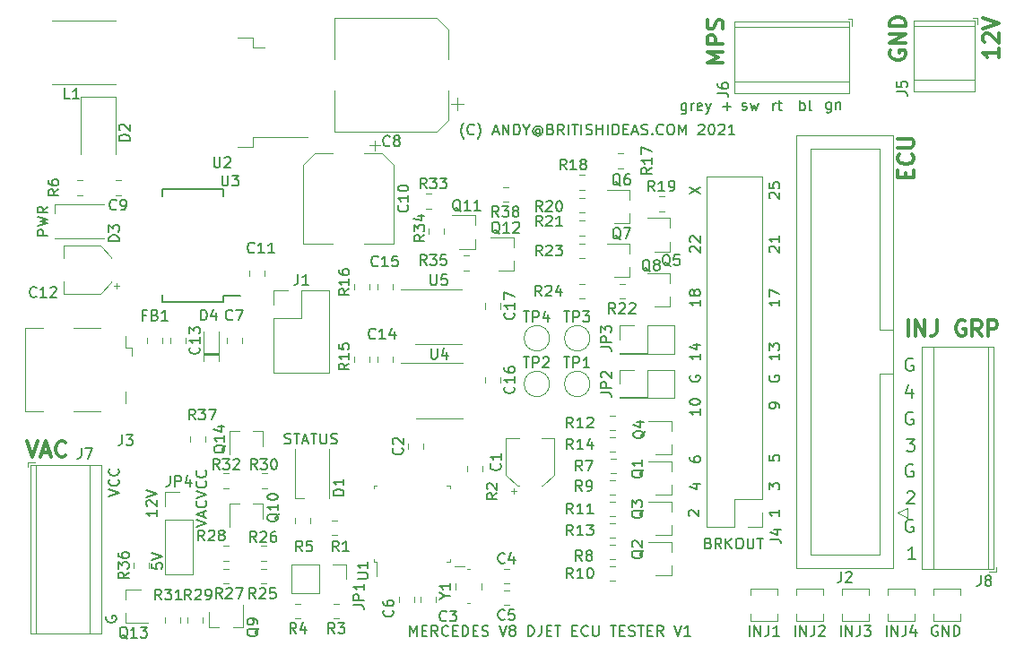
<source format=gbr>
%TF.GenerationSoftware,KiCad,Pcbnew,(5.1.6)-1*%
%TF.CreationDate,2021-03-15T19:33:02-07:00*%
%TF.ProjectId,DJetECUTester,444a6574-4543-4555-9465-737465722e6b,rev?*%
%TF.SameCoordinates,Original*%
%TF.FileFunction,Legend,Top*%
%TF.FilePolarity,Positive*%
%FSLAX46Y46*%
G04 Gerber Fmt 4.6, Leading zero omitted, Abs format (unit mm)*
G04 Created by KiCad (PCBNEW (5.1.6)-1) date 2021-03-15 19:33:02*
%MOMM*%
%LPD*%
G01*
G04 APERTURE LIST*
%ADD10C,0.150000*%
%ADD11C,0.200000*%
%ADD12C,0.300000*%
%ADD13C,0.120000*%
G04 APERTURE END LIST*
D10*
X190587380Y-115339476D02*
X191587380Y-115006142D01*
X190587380Y-114672809D01*
X191301666Y-114387095D02*
X191301666Y-113910904D01*
X191587380Y-114482333D02*
X190587380Y-114149000D01*
X191587380Y-113815666D01*
X191492142Y-112910904D02*
X191539761Y-112958523D01*
X191587380Y-113101380D01*
X191587380Y-113196619D01*
X191539761Y-113339476D01*
X191444523Y-113434714D01*
X191349285Y-113482333D01*
X191158809Y-113529952D01*
X191015952Y-113529952D01*
X190825476Y-113482333D01*
X190730238Y-113434714D01*
X190635000Y-113339476D01*
X190587380Y-113196619D01*
X190587380Y-113101380D01*
X190635000Y-112958523D01*
X190682619Y-112910904D01*
X190587380Y-112625190D02*
X191587380Y-112291857D01*
X190587380Y-111958523D01*
X191492142Y-111053761D02*
X191539761Y-111101380D01*
X191587380Y-111244238D01*
X191587380Y-111339476D01*
X191539761Y-111482333D01*
X191444523Y-111577571D01*
X191349285Y-111625190D01*
X191158809Y-111672809D01*
X191015952Y-111672809D01*
X190825476Y-111625190D01*
X190730238Y-111577571D01*
X190635000Y-111482333D01*
X190587380Y-111339476D01*
X190587380Y-111244238D01*
X190635000Y-111101380D01*
X190682619Y-111053761D01*
X191492142Y-110053761D02*
X191539761Y-110101380D01*
X191587380Y-110244238D01*
X191587380Y-110339476D01*
X191539761Y-110482333D01*
X191444523Y-110577571D01*
X191349285Y-110625190D01*
X191158809Y-110672809D01*
X191015952Y-110672809D01*
X190825476Y-110625190D01*
X190730238Y-110577571D01*
X190635000Y-110482333D01*
X190587380Y-110339476D01*
X190587380Y-110244238D01*
X190635000Y-110101380D01*
X190682619Y-110053761D01*
X186396380Y-118808476D02*
X186396380Y-119284666D01*
X186872571Y-119332285D01*
X186824952Y-119284666D01*
X186777333Y-119189428D01*
X186777333Y-118951333D01*
X186824952Y-118856095D01*
X186872571Y-118808476D01*
X186967809Y-118760857D01*
X187205904Y-118760857D01*
X187301142Y-118808476D01*
X187348761Y-118856095D01*
X187396380Y-118951333D01*
X187396380Y-119189428D01*
X187348761Y-119284666D01*
X187301142Y-119332285D01*
X186396380Y-118475142D02*
X187396380Y-118141809D01*
X186396380Y-117808476D01*
X186888380Y-113776047D02*
X186888380Y-114347476D01*
X186888380Y-114061761D02*
X185888380Y-114061761D01*
X186031238Y-114157000D01*
X186126476Y-114252238D01*
X186174095Y-114347476D01*
X185983619Y-113395095D02*
X185936000Y-113347476D01*
X185888380Y-113252238D01*
X185888380Y-113014142D01*
X185936000Y-112918904D01*
X185983619Y-112871285D01*
X186078857Y-112823666D01*
X186174095Y-112823666D01*
X186316952Y-112871285D01*
X186888380Y-113442714D01*
X186888380Y-112823666D01*
X185888380Y-112537952D02*
X186888380Y-112204619D01*
X185888380Y-111871285D01*
X182332380Y-112458333D02*
X183332380Y-112125000D01*
X182332380Y-111791666D01*
X183237142Y-110886904D02*
X183284761Y-110934523D01*
X183332380Y-111077380D01*
X183332380Y-111172619D01*
X183284761Y-111315476D01*
X183189523Y-111410714D01*
X183094285Y-111458333D01*
X182903809Y-111505952D01*
X182760952Y-111505952D01*
X182570476Y-111458333D01*
X182475238Y-111410714D01*
X182380000Y-111315476D01*
X182332380Y-111172619D01*
X182332380Y-111077380D01*
X182380000Y-110934523D01*
X182427619Y-110886904D01*
X183237142Y-109886904D02*
X183284761Y-109934523D01*
X183332380Y-110077380D01*
X183332380Y-110172619D01*
X183284761Y-110315476D01*
X183189523Y-110410714D01*
X183094285Y-110458333D01*
X182903809Y-110505952D01*
X182760952Y-110505952D01*
X182570476Y-110458333D01*
X182475238Y-110410714D01*
X182380000Y-110315476D01*
X182332380Y-110172619D01*
X182332380Y-110077380D01*
X182380000Y-109934523D01*
X182427619Y-109886904D01*
X182126000Y-123817095D02*
X182078380Y-123912333D01*
X182078380Y-124055190D01*
X182126000Y-124198047D01*
X182221238Y-124293285D01*
X182316476Y-124340904D01*
X182506952Y-124388523D01*
X182649809Y-124388523D01*
X182840285Y-124340904D01*
X182935523Y-124293285D01*
X183030761Y-124198047D01*
X183078380Y-124055190D01*
X183078380Y-123959952D01*
X183030761Y-123817095D01*
X182983142Y-123769476D01*
X182649809Y-123769476D01*
X182649809Y-123959952D01*
X236855238Y-75350714D02*
X236855238Y-76160238D01*
X236807619Y-76255476D01*
X236760000Y-76303095D01*
X236664761Y-76350714D01*
X236521904Y-76350714D01*
X236426666Y-76303095D01*
X236855238Y-75969761D02*
X236760000Y-76017380D01*
X236569523Y-76017380D01*
X236474285Y-75969761D01*
X236426666Y-75922142D01*
X236379047Y-75826904D01*
X236379047Y-75541190D01*
X236426666Y-75445952D01*
X236474285Y-75398333D01*
X236569523Y-75350714D01*
X236760000Y-75350714D01*
X236855238Y-75398333D01*
X237331428Y-76017380D02*
X237331428Y-75350714D01*
X237331428Y-75541190D02*
X237379047Y-75445952D01*
X237426666Y-75398333D01*
X237521904Y-75350714D01*
X237617142Y-75350714D01*
X238331428Y-75969761D02*
X238236190Y-76017380D01*
X238045714Y-76017380D01*
X237950476Y-75969761D01*
X237902857Y-75874523D01*
X237902857Y-75493571D01*
X237950476Y-75398333D01*
X238045714Y-75350714D01*
X238236190Y-75350714D01*
X238331428Y-75398333D01*
X238379047Y-75493571D01*
X238379047Y-75588809D01*
X237902857Y-75684047D01*
X238712380Y-75350714D02*
X238950476Y-76017380D01*
X239188571Y-75350714D02*
X238950476Y-76017380D01*
X238855238Y-76255476D01*
X238807619Y-76303095D01*
X238712380Y-76350714D01*
X240331428Y-75636428D02*
X241093333Y-75636428D01*
X240712380Y-76017380D02*
X240712380Y-75255476D01*
D11*
X258251285Y-114716000D02*
X258137000Y-114658857D01*
X257965571Y-114658857D01*
X257794142Y-114716000D01*
X257679857Y-114830285D01*
X257622714Y-114944571D01*
X257565571Y-115173142D01*
X257565571Y-115344571D01*
X257622714Y-115573142D01*
X257679857Y-115687428D01*
X257794142Y-115801714D01*
X257965571Y-115858857D01*
X258079857Y-115858857D01*
X258251285Y-115801714D01*
X258308428Y-115744571D01*
X258308428Y-115344571D01*
X258079857Y-115344571D01*
X258251285Y-109509000D02*
X258137000Y-109451857D01*
X257965571Y-109451857D01*
X257794142Y-109509000D01*
X257679857Y-109623285D01*
X257622714Y-109737571D01*
X257565571Y-109966142D01*
X257565571Y-110137571D01*
X257622714Y-110366142D01*
X257679857Y-110480428D01*
X257794142Y-110594714D01*
X257965571Y-110651857D01*
X258079857Y-110651857D01*
X258251285Y-110594714D01*
X258308428Y-110537571D01*
X258308428Y-110137571D01*
X258079857Y-110137571D01*
X258251285Y-104556000D02*
X258137000Y-104498857D01*
X257965571Y-104498857D01*
X257794142Y-104556000D01*
X257679857Y-104670285D01*
X257622714Y-104784571D01*
X257565571Y-105013142D01*
X257565571Y-105184571D01*
X257622714Y-105413142D01*
X257679857Y-105527428D01*
X257794142Y-105641714D01*
X257965571Y-105698857D01*
X258079857Y-105698857D01*
X258251285Y-105641714D01*
X258308428Y-105584571D01*
X258308428Y-105184571D01*
X258079857Y-105184571D01*
X258251285Y-99476000D02*
X258137000Y-99418857D01*
X257965571Y-99418857D01*
X257794142Y-99476000D01*
X257679857Y-99590285D01*
X257622714Y-99704571D01*
X257565571Y-99933142D01*
X257565571Y-100104571D01*
X257622714Y-100333142D01*
X257679857Y-100447428D01*
X257794142Y-100561714D01*
X257965571Y-100618857D01*
X258079857Y-100618857D01*
X258251285Y-100561714D01*
X258308428Y-100504571D01*
X258308428Y-100104571D01*
X258079857Y-100104571D01*
X258165571Y-102358857D02*
X258165571Y-103158857D01*
X257879857Y-101901714D02*
X257594142Y-102758857D01*
X258337000Y-102758857D01*
X257664000Y-107038857D02*
X258406857Y-107038857D01*
X258006857Y-107496000D01*
X258178285Y-107496000D01*
X258292571Y-107553142D01*
X258349714Y-107610285D01*
X258406857Y-107724571D01*
X258406857Y-108010285D01*
X258349714Y-108124571D01*
X258292571Y-108181714D01*
X258178285Y-108238857D01*
X257835428Y-108238857D01*
X257721142Y-108181714D01*
X257664000Y-108124571D01*
X257721142Y-112106142D02*
X257778285Y-112049000D01*
X257892571Y-111991857D01*
X258178285Y-111991857D01*
X258292571Y-112049000D01*
X258349714Y-112106142D01*
X258406857Y-112220428D01*
X258406857Y-112334714D01*
X258349714Y-112506142D01*
X257664000Y-113191857D01*
X258406857Y-113191857D01*
X258533857Y-118398857D02*
X257848142Y-118398857D01*
X258191000Y-118398857D02*
X258191000Y-117198857D01*
X258076714Y-117370285D01*
X257962428Y-117484571D01*
X257848142Y-117541714D01*
D10*
X247615809Y-76017380D02*
X247615809Y-75017380D01*
X247615809Y-75398333D02*
X247711047Y-75350714D01*
X247901523Y-75350714D01*
X247996761Y-75398333D01*
X248044380Y-75445952D01*
X248092000Y-75541190D01*
X248092000Y-75826904D01*
X248044380Y-75922142D01*
X247996761Y-75969761D01*
X247901523Y-76017380D01*
X247711047Y-76017380D01*
X247615809Y-75969761D01*
X248663428Y-76017380D02*
X248568190Y-75969761D01*
X248520571Y-75874523D01*
X248520571Y-75017380D01*
D12*
X257821428Y-97325571D02*
X257821428Y-95825571D01*
X258535714Y-97325571D02*
X258535714Y-95825571D01*
X259392857Y-97325571D01*
X259392857Y-95825571D01*
X260535714Y-95825571D02*
X260535714Y-96897000D01*
X260464285Y-97111285D01*
X260321428Y-97254142D01*
X260107142Y-97325571D01*
X259964285Y-97325571D01*
X263178571Y-95897000D02*
X263035714Y-95825571D01*
X262821428Y-95825571D01*
X262607142Y-95897000D01*
X262464285Y-96039857D01*
X262392857Y-96182714D01*
X262321428Y-96468428D01*
X262321428Y-96682714D01*
X262392857Y-96968428D01*
X262464285Y-97111285D01*
X262607142Y-97254142D01*
X262821428Y-97325571D01*
X262964285Y-97325571D01*
X263178571Y-97254142D01*
X263250000Y-97182714D01*
X263250000Y-96682714D01*
X262964285Y-96682714D01*
X264750000Y-97325571D02*
X264250000Y-96611285D01*
X263892857Y-97325571D02*
X263892857Y-95825571D01*
X264464285Y-95825571D01*
X264607142Y-95897000D01*
X264678571Y-95968428D01*
X264750000Y-96111285D01*
X264750000Y-96325571D01*
X264678571Y-96468428D01*
X264607142Y-96539857D01*
X264464285Y-96611285D01*
X263892857Y-96611285D01*
X265392857Y-97325571D02*
X265392857Y-95825571D01*
X265964285Y-95825571D01*
X266107142Y-95897000D01*
X266178571Y-95968428D01*
X266250000Y-96111285D01*
X266250000Y-96325571D01*
X266178571Y-96468428D01*
X266107142Y-96539857D01*
X265964285Y-96611285D01*
X265392857Y-96611285D01*
D10*
X215880952Y-78684333D02*
X215833333Y-78636714D01*
X215738095Y-78493857D01*
X215690476Y-78398619D01*
X215642857Y-78255761D01*
X215595238Y-78017666D01*
X215595238Y-77827190D01*
X215642857Y-77589095D01*
X215690476Y-77446238D01*
X215738095Y-77351000D01*
X215833333Y-77208142D01*
X215880952Y-77160523D01*
X216833333Y-78208142D02*
X216785714Y-78255761D01*
X216642857Y-78303380D01*
X216547619Y-78303380D01*
X216404761Y-78255761D01*
X216309523Y-78160523D01*
X216261904Y-78065285D01*
X216214285Y-77874809D01*
X216214285Y-77731952D01*
X216261904Y-77541476D01*
X216309523Y-77446238D01*
X216404761Y-77351000D01*
X216547619Y-77303380D01*
X216642857Y-77303380D01*
X216785714Y-77351000D01*
X216833333Y-77398619D01*
X217166666Y-78684333D02*
X217214285Y-78636714D01*
X217309523Y-78493857D01*
X217357142Y-78398619D01*
X217404761Y-78255761D01*
X217452380Y-78017666D01*
X217452380Y-77827190D01*
X217404761Y-77589095D01*
X217357142Y-77446238D01*
X217309523Y-77351000D01*
X217214285Y-77208142D01*
X217166666Y-77160523D01*
X218642857Y-78017666D02*
X219119047Y-78017666D01*
X218547619Y-78303380D02*
X218880952Y-77303380D01*
X219214285Y-78303380D01*
X219547619Y-78303380D02*
X219547619Y-77303380D01*
X220119047Y-78303380D01*
X220119047Y-77303380D01*
X220595238Y-78303380D02*
X220595238Y-77303380D01*
X220833333Y-77303380D01*
X220976190Y-77351000D01*
X221071428Y-77446238D01*
X221119047Y-77541476D01*
X221166666Y-77731952D01*
X221166666Y-77874809D01*
X221119047Y-78065285D01*
X221071428Y-78160523D01*
X220976190Y-78255761D01*
X220833333Y-78303380D01*
X220595238Y-78303380D01*
X221785714Y-77827190D02*
X221785714Y-78303380D01*
X221452380Y-77303380D02*
X221785714Y-77827190D01*
X222119047Y-77303380D01*
X223071428Y-77827190D02*
X223023809Y-77779571D01*
X222928571Y-77731952D01*
X222833333Y-77731952D01*
X222738095Y-77779571D01*
X222690476Y-77827190D01*
X222642857Y-77922428D01*
X222642857Y-78017666D01*
X222690476Y-78112904D01*
X222738095Y-78160523D01*
X222833333Y-78208142D01*
X222928571Y-78208142D01*
X223023809Y-78160523D01*
X223071428Y-78112904D01*
X223071428Y-77731952D02*
X223071428Y-78112904D01*
X223119047Y-78160523D01*
X223166666Y-78160523D01*
X223261904Y-78112904D01*
X223309523Y-78017666D01*
X223309523Y-77779571D01*
X223214285Y-77636714D01*
X223071428Y-77541476D01*
X222880952Y-77493857D01*
X222690476Y-77541476D01*
X222547619Y-77636714D01*
X222452380Y-77779571D01*
X222404761Y-77970047D01*
X222452380Y-78160523D01*
X222547619Y-78303380D01*
X222690476Y-78398619D01*
X222880952Y-78446238D01*
X223071428Y-78398619D01*
X223214285Y-78303380D01*
X224071428Y-77779571D02*
X224214285Y-77827190D01*
X224261904Y-77874809D01*
X224309523Y-77970047D01*
X224309523Y-78112904D01*
X224261904Y-78208142D01*
X224214285Y-78255761D01*
X224119047Y-78303380D01*
X223738095Y-78303380D01*
X223738095Y-77303380D01*
X224071428Y-77303380D01*
X224166666Y-77351000D01*
X224214285Y-77398619D01*
X224261904Y-77493857D01*
X224261904Y-77589095D01*
X224214285Y-77684333D01*
X224166666Y-77731952D01*
X224071428Y-77779571D01*
X223738095Y-77779571D01*
X225309523Y-78303380D02*
X224976190Y-77827190D01*
X224738095Y-78303380D02*
X224738095Y-77303380D01*
X225119047Y-77303380D01*
X225214285Y-77351000D01*
X225261904Y-77398619D01*
X225309523Y-77493857D01*
X225309523Y-77636714D01*
X225261904Y-77731952D01*
X225214285Y-77779571D01*
X225119047Y-77827190D01*
X224738095Y-77827190D01*
X225738095Y-78303380D02*
X225738095Y-77303380D01*
X226071428Y-77303380D02*
X226642857Y-77303380D01*
X226357142Y-78303380D02*
X226357142Y-77303380D01*
X226976190Y-78303380D02*
X226976190Y-77303380D01*
X227404761Y-78255761D02*
X227547619Y-78303380D01*
X227785714Y-78303380D01*
X227880952Y-78255761D01*
X227928571Y-78208142D01*
X227976190Y-78112904D01*
X227976190Y-78017666D01*
X227928571Y-77922428D01*
X227880952Y-77874809D01*
X227785714Y-77827190D01*
X227595238Y-77779571D01*
X227500000Y-77731952D01*
X227452380Y-77684333D01*
X227404761Y-77589095D01*
X227404761Y-77493857D01*
X227452380Y-77398619D01*
X227500000Y-77351000D01*
X227595238Y-77303380D01*
X227833333Y-77303380D01*
X227976190Y-77351000D01*
X228404761Y-78303380D02*
X228404761Y-77303380D01*
X228404761Y-77779571D02*
X228976190Y-77779571D01*
X228976190Y-78303380D02*
X228976190Y-77303380D01*
X229452380Y-78303380D02*
X229452380Y-77303380D01*
X229928571Y-78303380D02*
X229928571Y-77303380D01*
X230166666Y-77303380D01*
X230309523Y-77351000D01*
X230404761Y-77446238D01*
X230452380Y-77541476D01*
X230500000Y-77731952D01*
X230500000Y-77874809D01*
X230452380Y-78065285D01*
X230404761Y-78160523D01*
X230309523Y-78255761D01*
X230166666Y-78303380D01*
X229928571Y-78303380D01*
X230928571Y-77779571D02*
X231261904Y-77779571D01*
X231404761Y-78303380D02*
X230928571Y-78303380D01*
X230928571Y-77303380D01*
X231404761Y-77303380D01*
X231785714Y-78017666D02*
X232261904Y-78017666D01*
X231690476Y-78303380D02*
X232023809Y-77303380D01*
X232357142Y-78303380D01*
X232642857Y-78255761D02*
X232785714Y-78303380D01*
X233023809Y-78303380D01*
X233119047Y-78255761D01*
X233166666Y-78208142D01*
X233214285Y-78112904D01*
X233214285Y-78017666D01*
X233166666Y-77922428D01*
X233119047Y-77874809D01*
X233023809Y-77827190D01*
X232833333Y-77779571D01*
X232738095Y-77731952D01*
X232690476Y-77684333D01*
X232642857Y-77589095D01*
X232642857Y-77493857D01*
X232690476Y-77398619D01*
X232738095Y-77351000D01*
X232833333Y-77303380D01*
X233071428Y-77303380D01*
X233214285Y-77351000D01*
X233642857Y-78208142D02*
X233690476Y-78255761D01*
X233642857Y-78303380D01*
X233595238Y-78255761D01*
X233642857Y-78208142D01*
X233642857Y-78303380D01*
X234690476Y-78208142D02*
X234642857Y-78255761D01*
X234500000Y-78303380D01*
X234404761Y-78303380D01*
X234261904Y-78255761D01*
X234166666Y-78160523D01*
X234119047Y-78065285D01*
X234071428Y-77874809D01*
X234071428Y-77731952D01*
X234119047Y-77541476D01*
X234166666Y-77446238D01*
X234261904Y-77351000D01*
X234404761Y-77303380D01*
X234500000Y-77303380D01*
X234642857Y-77351000D01*
X234690476Y-77398619D01*
X235309523Y-77303380D02*
X235500000Y-77303380D01*
X235595238Y-77351000D01*
X235690476Y-77446238D01*
X235738095Y-77636714D01*
X235738095Y-77970047D01*
X235690476Y-78160523D01*
X235595238Y-78255761D01*
X235500000Y-78303380D01*
X235309523Y-78303380D01*
X235214285Y-78255761D01*
X235119047Y-78160523D01*
X235071428Y-77970047D01*
X235071428Y-77636714D01*
X235119047Y-77446238D01*
X235214285Y-77351000D01*
X235309523Y-77303380D01*
X236166666Y-78303380D02*
X236166666Y-77303380D01*
X236500000Y-78017666D01*
X236833333Y-77303380D01*
X236833333Y-78303380D01*
X238023809Y-77398619D02*
X238071428Y-77351000D01*
X238166666Y-77303380D01*
X238404761Y-77303380D01*
X238500000Y-77351000D01*
X238547619Y-77398619D01*
X238595238Y-77493857D01*
X238595238Y-77589095D01*
X238547619Y-77731952D01*
X237976190Y-78303380D01*
X238595238Y-78303380D01*
X239214285Y-77303380D02*
X239309523Y-77303380D01*
X239404761Y-77351000D01*
X239452380Y-77398619D01*
X239500000Y-77493857D01*
X239547619Y-77684333D01*
X239547619Y-77922428D01*
X239500000Y-78112904D01*
X239452380Y-78208142D01*
X239404761Y-78255761D01*
X239309523Y-78303380D01*
X239214285Y-78303380D01*
X239119047Y-78255761D01*
X239071428Y-78208142D01*
X239023809Y-78112904D01*
X238976190Y-77922428D01*
X238976190Y-77684333D01*
X239023809Y-77493857D01*
X239071428Y-77398619D01*
X239119047Y-77351000D01*
X239214285Y-77303380D01*
X239928571Y-77398619D02*
X239976190Y-77351000D01*
X240071428Y-77303380D01*
X240309523Y-77303380D01*
X240404761Y-77351000D01*
X240452380Y-77398619D01*
X240500000Y-77493857D01*
X240500000Y-77589095D01*
X240452380Y-77731952D01*
X239880952Y-78303380D01*
X240500000Y-78303380D01*
X241452380Y-78303380D02*
X240880952Y-78303380D01*
X241166666Y-78303380D02*
X241166666Y-77303380D01*
X241071428Y-77446238D01*
X240976190Y-77541476D01*
X240880952Y-77589095D01*
X210785714Y-125674380D02*
X210785714Y-124674380D01*
X211119047Y-125388666D01*
X211452380Y-124674380D01*
X211452380Y-125674380D01*
X211928571Y-125150571D02*
X212261904Y-125150571D01*
X212404761Y-125674380D02*
X211928571Y-125674380D01*
X211928571Y-124674380D01*
X212404761Y-124674380D01*
X213404761Y-125674380D02*
X213071428Y-125198190D01*
X212833333Y-125674380D02*
X212833333Y-124674380D01*
X213214285Y-124674380D01*
X213309523Y-124722000D01*
X213357142Y-124769619D01*
X213404761Y-124864857D01*
X213404761Y-125007714D01*
X213357142Y-125102952D01*
X213309523Y-125150571D01*
X213214285Y-125198190D01*
X212833333Y-125198190D01*
X214404761Y-125579142D02*
X214357142Y-125626761D01*
X214214285Y-125674380D01*
X214119047Y-125674380D01*
X213976190Y-125626761D01*
X213880952Y-125531523D01*
X213833333Y-125436285D01*
X213785714Y-125245809D01*
X213785714Y-125102952D01*
X213833333Y-124912476D01*
X213880952Y-124817238D01*
X213976190Y-124722000D01*
X214119047Y-124674380D01*
X214214285Y-124674380D01*
X214357142Y-124722000D01*
X214404761Y-124769619D01*
X214833333Y-125150571D02*
X215166666Y-125150571D01*
X215309523Y-125674380D02*
X214833333Y-125674380D01*
X214833333Y-124674380D01*
X215309523Y-124674380D01*
X215738095Y-125674380D02*
X215738095Y-124674380D01*
X215976190Y-124674380D01*
X216119047Y-124722000D01*
X216214285Y-124817238D01*
X216261904Y-124912476D01*
X216309523Y-125102952D01*
X216309523Y-125245809D01*
X216261904Y-125436285D01*
X216214285Y-125531523D01*
X216119047Y-125626761D01*
X215976190Y-125674380D01*
X215738095Y-125674380D01*
X216738095Y-125150571D02*
X217071428Y-125150571D01*
X217214285Y-125674380D02*
X216738095Y-125674380D01*
X216738095Y-124674380D01*
X217214285Y-124674380D01*
X217595238Y-125626761D02*
X217738095Y-125674380D01*
X217976190Y-125674380D01*
X218071428Y-125626761D01*
X218119047Y-125579142D01*
X218166666Y-125483904D01*
X218166666Y-125388666D01*
X218119047Y-125293428D01*
X218071428Y-125245809D01*
X217976190Y-125198190D01*
X217785714Y-125150571D01*
X217690476Y-125102952D01*
X217642857Y-125055333D01*
X217595238Y-124960095D01*
X217595238Y-124864857D01*
X217642857Y-124769619D01*
X217690476Y-124722000D01*
X217785714Y-124674380D01*
X218023809Y-124674380D01*
X218166666Y-124722000D01*
X219214285Y-124674380D02*
X219547619Y-125674380D01*
X219880952Y-124674380D01*
X220357142Y-125102952D02*
X220261904Y-125055333D01*
X220214285Y-125007714D01*
X220166666Y-124912476D01*
X220166666Y-124864857D01*
X220214285Y-124769619D01*
X220261904Y-124722000D01*
X220357142Y-124674380D01*
X220547619Y-124674380D01*
X220642857Y-124722000D01*
X220690476Y-124769619D01*
X220738095Y-124864857D01*
X220738095Y-124912476D01*
X220690476Y-125007714D01*
X220642857Y-125055333D01*
X220547619Y-125102952D01*
X220357142Y-125102952D01*
X220261904Y-125150571D01*
X220214285Y-125198190D01*
X220166666Y-125293428D01*
X220166666Y-125483904D01*
X220214285Y-125579142D01*
X220261904Y-125626761D01*
X220357142Y-125674380D01*
X220547619Y-125674380D01*
X220642857Y-125626761D01*
X220690476Y-125579142D01*
X220738095Y-125483904D01*
X220738095Y-125293428D01*
X220690476Y-125198190D01*
X220642857Y-125150571D01*
X220547619Y-125102952D01*
X221928571Y-125674380D02*
X221928571Y-124674380D01*
X222166666Y-124674380D01*
X222309523Y-124722000D01*
X222404761Y-124817238D01*
X222452380Y-124912476D01*
X222500000Y-125102952D01*
X222500000Y-125245809D01*
X222452380Y-125436285D01*
X222404761Y-125531523D01*
X222309523Y-125626761D01*
X222166666Y-125674380D01*
X221928571Y-125674380D01*
X223214285Y-124674380D02*
X223214285Y-125388666D01*
X223166666Y-125531523D01*
X223071428Y-125626761D01*
X222928571Y-125674380D01*
X222833333Y-125674380D01*
X223690476Y-125150571D02*
X224023809Y-125150571D01*
X224166666Y-125674380D02*
X223690476Y-125674380D01*
X223690476Y-124674380D01*
X224166666Y-124674380D01*
X224452380Y-124674380D02*
X225023809Y-124674380D01*
X224738095Y-125674380D02*
X224738095Y-124674380D01*
X226119047Y-125150571D02*
X226452380Y-125150571D01*
X226595238Y-125674380D02*
X226119047Y-125674380D01*
X226119047Y-124674380D01*
X226595238Y-124674380D01*
X227595238Y-125579142D02*
X227547619Y-125626761D01*
X227404761Y-125674380D01*
X227309523Y-125674380D01*
X227166666Y-125626761D01*
X227071428Y-125531523D01*
X227023809Y-125436285D01*
X226976190Y-125245809D01*
X226976190Y-125102952D01*
X227023809Y-124912476D01*
X227071428Y-124817238D01*
X227166666Y-124722000D01*
X227309523Y-124674380D01*
X227404761Y-124674380D01*
X227547619Y-124722000D01*
X227595238Y-124769619D01*
X228023809Y-124674380D02*
X228023809Y-125483904D01*
X228071428Y-125579142D01*
X228119047Y-125626761D01*
X228214285Y-125674380D01*
X228404761Y-125674380D01*
X228500000Y-125626761D01*
X228547619Y-125579142D01*
X228595238Y-125483904D01*
X228595238Y-124674380D01*
X229690476Y-124674380D02*
X230261904Y-124674380D01*
X229976190Y-125674380D02*
X229976190Y-124674380D01*
X230595238Y-125150571D02*
X230928571Y-125150571D01*
X231071428Y-125674380D02*
X230595238Y-125674380D01*
X230595238Y-124674380D01*
X231071428Y-124674380D01*
X231452380Y-125626761D02*
X231595238Y-125674380D01*
X231833333Y-125674380D01*
X231928571Y-125626761D01*
X231976190Y-125579142D01*
X232023809Y-125483904D01*
X232023809Y-125388666D01*
X231976190Y-125293428D01*
X231928571Y-125245809D01*
X231833333Y-125198190D01*
X231642857Y-125150571D01*
X231547619Y-125102952D01*
X231500000Y-125055333D01*
X231452380Y-124960095D01*
X231452380Y-124864857D01*
X231500000Y-124769619D01*
X231547619Y-124722000D01*
X231642857Y-124674380D01*
X231880952Y-124674380D01*
X232023809Y-124722000D01*
X232309523Y-124674380D02*
X232880952Y-124674380D01*
X232595238Y-125674380D02*
X232595238Y-124674380D01*
X233214285Y-125150571D02*
X233547619Y-125150571D01*
X233690476Y-125674380D02*
X233214285Y-125674380D01*
X233214285Y-124674380D01*
X233690476Y-124674380D01*
X234690476Y-125674380D02*
X234357142Y-125198190D01*
X234119047Y-125674380D02*
X234119047Y-124674380D01*
X234500000Y-124674380D01*
X234595238Y-124722000D01*
X234642857Y-124769619D01*
X234690476Y-124864857D01*
X234690476Y-125007714D01*
X234642857Y-125102952D01*
X234595238Y-125150571D01*
X234500000Y-125198190D01*
X234119047Y-125198190D01*
X235738095Y-124674380D02*
X236071428Y-125674380D01*
X236404761Y-124674380D01*
X237261904Y-125674380D02*
X236690476Y-125674380D01*
X236976190Y-125674380D02*
X236976190Y-124674380D01*
X236880952Y-124817238D01*
X236785714Y-124912476D01*
X236690476Y-124960095D01*
X176601380Y-87820333D02*
X175601380Y-87820333D01*
X175601380Y-87439380D01*
X175649000Y-87344142D01*
X175696619Y-87296523D01*
X175791857Y-87248904D01*
X175934714Y-87248904D01*
X176029952Y-87296523D01*
X176077571Y-87344142D01*
X176125190Y-87439380D01*
X176125190Y-87820333D01*
X175601380Y-86915571D02*
X176601380Y-86677476D01*
X175887095Y-86487000D01*
X176601380Y-86296523D01*
X175601380Y-86058428D01*
X176601380Y-85106047D02*
X176125190Y-85439380D01*
X176601380Y-85677476D02*
X175601380Y-85677476D01*
X175601380Y-85296523D01*
X175649000Y-85201285D01*
X175696619Y-85153666D01*
X175791857Y-85106047D01*
X175934714Y-85106047D01*
X176029952Y-85153666D01*
X176077571Y-85201285D01*
X176125190Y-85296523D01*
X176125190Y-85677476D01*
X198945809Y-107465761D02*
X199088666Y-107513380D01*
X199326761Y-107513380D01*
X199422000Y-107465761D01*
X199469619Y-107418142D01*
X199517238Y-107322904D01*
X199517238Y-107227666D01*
X199469619Y-107132428D01*
X199422000Y-107084809D01*
X199326761Y-107037190D01*
X199136285Y-106989571D01*
X199041047Y-106941952D01*
X198993428Y-106894333D01*
X198945809Y-106799095D01*
X198945809Y-106703857D01*
X198993428Y-106608619D01*
X199041047Y-106561000D01*
X199136285Y-106513380D01*
X199374380Y-106513380D01*
X199517238Y-106561000D01*
X199802952Y-106513380D02*
X200374380Y-106513380D01*
X200088666Y-107513380D02*
X200088666Y-106513380D01*
X200660095Y-107227666D02*
X201136285Y-107227666D01*
X200564857Y-107513380D02*
X200898190Y-106513380D01*
X201231523Y-107513380D01*
X201422000Y-106513380D02*
X201993428Y-106513380D01*
X201707714Y-107513380D02*
X201707714Y-106513380D01*
X202326761Y-106513380D02*
X202326761Y-107322904D01*
X202374380Y-107418142D01*
X202422000Y-107465761D01*
X202517238Y-107513380D01*
X202707714Y-107513380D01*
X202802952Y-107465761D01*
X202850571Y-107418142D01*
X202898190Y-107322904D01*
X202898190Y-106513380D01*
X203326761Y-107465761D02*
X203469619Y-107513380D01*
X203707714Y-107513380D01*
X203802952Y-107465761D01*
X203850571Y-107418142D01*
X203898190Y-107322904D01*
X203898190Y-107227666D01*
X203850571Y-107132428D01*
X203802952Y-107084809D01*
X203707714Y-107037190D01*
X203517238Y-106989571D01*
X203422000Y-106941952D01*
X203374380Y-106894333D01*
X203326761Y-106799095D01*
X203326761Y-106703857D01*
X203374380Y-106608619D01*
X203422000Y-106561000D01*
X203517238Y-106513380D01*
X203755333Y-106513380D01*
X203898190Y-106561000D01*
X237529714Y-111315523D02*
X238196380Y-111315523D01*
X237148761Y-111553619D02*
X237863047Y-111791714D01*
X237863047Y-111172666D01*
X244689380Y-111839333D02*
X244689380Y-111220285D01*
X245070333Y-111553619D01*
X245070333Y-111410761D01*
X245117952Y-111315523D01*
X245165571Y-111267904D01*
X245260809Y-111220285D01*
X245498904Y-111220285D01*
X245594142Y-111267904D01*
X245641761Y-111315523D01*
X245689380Y-111410761D01*
X245689380Y-111696476D01*
X245641761Y-111791714D01*
X245594142Y-111839333D01*
D12*
X174637142Y-107255571D02*
X175137142Y-108755571D01*
X175637142Y-107255571D01*
X176065714Y-108327000D02*
X176780000Y-108327000D01*
X175922857Y-108755571D02*
X176422857Y-107255571D01*
X176922857Y-108755571D01*
X178280000Y-108612714D02*
X178208571Y-108684142D01*
X177994285Y-108755571D01*
X177851428Y-108755571D01*
X177637142Y-108684142D01*
X177494285Y-108541285D01*
X177422857Y-108398428D01*
X177351428Y-108112714D01*
X177351428Y-107898428D01*
X177422857Y-107612714D01*
X177494285Y-107469857D01*
X177637142Y-107327000D01*
X177851428Y-107255571D01*
X177994285Y-107255571D01*
X178208571Y-107327000D01*
X178280000Y-107398428D01*
D10*
X238942857Y-116895571D02*
X239085714Y-116943190D01*
X239133333Y-116990809D01*
X239180952Y-117086047D01*
X239180952Y-117228904D01*
X239133333Y-117324142D01*
X239085714Y-117371761D01*
X238990476Y-117419380D01*
X238609523Y-117419380D01*
X238609523Y-116419380D01*
X238942857Y-116419380D01*
X239038095Y-116467000D01*
X239085714Y-116514619D01*
X239133333Y-116609857D01*
X239133333Y-116705095D01*
X239085714Y-116800333D01*
X239038095Y-116847952D01*
X238942857Y-116895571D01*
X238609523Y-116895571D01*
X240180952Y-117419380D02*
X239847619Y-116943190D01*
X239609523Y-117419380D02*
X239609523Y-116419380D01*
X239990476Y-116419380D01*
X240085714Y-116467000D01*
X240133333Y-116514619D01*
X240180952Y-116609857D01*
X240180952Y-116752714D01*
X240133333Y-116847952D01*
X240085714Y-116895571D01*
X239990476Y-116943190D01*
X239609523Y-116943190D01*
X240609523Y-117419380D02*
X240609523Y-116419380D01*
X241180952Y-117419380D02*
X240752380Y-116847952D01*
X241180952Y-116419380D02*
X240609523Y-116990809D01*
X241800000Y-116419380D02*
X241990476Y-116419380D01*
X242085714Y-116467000D01*
X242180952Y-116562238D01*
X242228571Y-116752714D01*
X242228571Y-117086047D01*
X242180952Y-117276523D01*
X242085714Y-117371761D01*
X241990476Y-117419380D01*
X241800000Y-117419380D01*
X241704761Y-117371761D01*
X241609523Y-117276523D01*
X241561904Y-117086047D01*
X241561904Y-116752714D01*
X241609523Y-116562238D01*
X241704761Y-116467000D01*
X241800000Y-116419380D01*
X242657142Y-116419380D02*
X242657142Y-117228904D01*
X242704761Y-117324142D01*
X242752380Y-117371761D01*
X242847619Y-117419380D01*
X243038095Y-117419380D01*
X243133333Y-117371761D01*
X243180952Y-117324142D01*
X243228571Y-117228904D01*
X243228571Y-116419380D01*
X243561904Y-116419380D02*
X244133333Y-116419380D01*
X243847619Y-117419380D02*
X243847619Y-116419380D01*
X237196380Y-83899333D02*
X238196380Y-83232666D01*
X237196380Y-83232666D02*
X238196380Y-83899333D01*
X237291619Y-89407904D02*
X237244000Y-89360285D01*
X237196380Y-89265047D01*
X237196380Y-89026952D01*
X237244000Y-88931714D01*
X237291619Y-88884095D01*
X237386857Y-88836476D01*
X237482095Y-88836476D01*
X237624952Y-88884095D01*
X238196380Y-89455523D01*
X238196380Y-88836476D01*
X237291619Y-88455523D02*
X237244000Y-88407904D01*
X237196380Y-88312666D01*
X237196380Y-88074571D01*
X237244000Y-87979333D01*
X237291619Y-87931714D01*
X237386857Y-87884095D01*
X237482095Y-87884095D01*
X237624952Y-87931714D01*
X238196380Y-88503142D01*
X238196380Y-87884095D01*
X238196380Y-93916476D02*
X238196380Y-94487904D01*
X238196380Y-94202190D02*
X237196380Y-94202190D01*
X237339238Y-94297428D01*
X237434476Y-94392666D01*
X237482095Y-94487904D01*
X237624952Y-93345047D02*
X237577333Y-93440285D01*
X237529714Y-93487904D01*
X237434476Y-93535523D01*
X237386857Y-93535523D01*
X237291619Y-93487904D01*
X237244000Y-93440285D01*
X237196380Y-93345047D01*
X237196380Y-93154571D01*
X237244000Y-93059333D01*
X237291619Y-93011714D01*
X237386857Y-92964095D01*
X237434476Y-92964095D01*
X237529714Y-93011714D01*
X237577333Y-93059333D01*
X237624952Y-93154571D01*
X237624952Y-93345047D01*
X237672571Y-93440285D01*
X237720190Y-93487904D01*
X237815428Y-93535523D01*
X238005904Y-93535523D01*
X238101142Y-93487904D01*
X238148761Y-93440285D01*
X238196380Y-93345047D01*
X238196380Y-93154571D01*
X238148761Y-93059333D01*
X238101142Y-93011714D01*
X238005904Y-92964095D01*
X237815428Y-92964095D01*
X237720190Y-93011714D01*
X237672571Y-93059333D01*
X237624952Y-93154571D01*
X238196380Y-98996476D02*
X238196380Y-99567904D01*
X238196380Y-99282190D02*
X237196380Y-99282190D01*
X237339238Y-99377428D01*
X237434476Y-99472666D01*
X237482095Y-99567904D01*
X237529714Y-98139333D02*
X238196380Y-98139333D01*
X237148761Y-98377428D02*
X237863047Y-98615523D01*
X237863047Y-97996476D01*
X238196380Y-104203476D02*
X238196380Y-104774904D01*
X238196380Y-104489190D02*
X237196380Y-104489190D01*
X237339238Y-104584428D01*
X237434476Y-104679666D01*
X237482095Y-104774904D01*
X237196380Y-103584428D02*
X237196380Y-103489190D01*
X237244000Y-103393952D01*
X237291619Y-103346333D01*
X237386857Y-103298714D01*
X237577333Y-103251095D01*
X237815428Y-103251095D01*
X238005904Y-103298714D01*
X238101142Y-103346333D01*
X238148761Y-103393952D01*
X238196380Y-103489190D01*
X238196380Y-103584428D01*
X238148761Y-103679666D01*
X238101142Y-103727285D01*
X238005904Y-103774904D01*
X237815428Y-103822523D01*
X237577333Y-103822523D01*
X237386857Y-103774904D01*
X237291619Y-103727285D01*
X237244000Y-103679666D01*
X237196380Y-103584428D01*
X237196380Y-108775523D02*
X237196380Y-108966000D01*
X237244000Y-109061238D01*
X237291619Y-109108857D01*
X237434476Y-109204095D01*
X237624952Y-109251714D01*
X238005904Y-109251714D01*
X238101142Y-109204095D01*
X238148761Y-109156476D01*
X238196380Y-109061238D01*
X238196380Y-108870761D01*
X238148761Y-108775523D01*
X238101142Y-108727904D01*
X238005904Y-108680285D01*
X237767809Y-108680285D01*
X237672571Y-108727904D01*
X237624952Y-108775523D01*
X237577333Y-108870761D01*
X237577333Y-109061238D01*
X237624952Y-109156476D01*
X237672571Y-109204095D01*
X237767809Y-109251714D01*
X237164619Y-114331714D02*
X237117000Y-114284095D01*
X237069380Y-114188857D01*
X237069380Y-113950761D01*
X237117000Y-113855523D01*
X237164619Y-113807904D01*
X237259857Y-113760285D01*
X237355095Y-113760285D01*
X237497952Y-113807904D01*
X238069380Y-114379333D01*
X238069380Y-113760285D01*
X245689380Y-113760285D02*
X245689380Y-114331714D01*
X245689380Y-114046000D02*
X244689380Y-114046000D01*
X244832238Y-114141238D01*
X244927476Y-114236476D01*
X244975095Y-114331714D01*
X244689380Y-108600904D02*
X244689380Y-109077095D01*
X245165571Y-109124714D01*
X245117952Y-109077095D01*
X245070333Y-108981857D01*
X245070333Y-108743761D01*
X245117952Y-108648523D01*
X245165571Y-108600904D01*
X245260809Y-108553285D01*
X245498904Y-108553285D01*
X245594142Y-108600904D01*
X245641761Y-108648523D01*
X245689380Y-108743761D01*
X245689380Y-108981857D01*
X245641761Y-109077095D01*
X245594142Y-109124714D01*
X245689380Y-104076476D02*
X245689380Y-103886000D01*
X245641761Y-103790761D01*
X245594142Y-103743142D01*
X245451285Y-103647904D01*
X245260809Y-103600285D01*
X244879857Y-103600285D01*
X244784619Y-103647904D01*
X244737000Y-103695523D01*
X244689380Y-103790761D01*
X244689380Y-103981238D01*
X244737000Y-104076476D01*
X244784619Y-104124095D01*
X244879857Y-104171714D01*
X245117952Y-104171714D01*
X245213190Y-104124095D01*
X245260809Y-104076476D01*
X245308428Y-103981238D01*
X245308428Y-103790761D01*
X245260809Y-103695523D01*
X245213190Y-103647904D01*
X245117952Y-103600285D01*
X245689380Y-98996476D02*
X245689380Y-99567904D01*
X245689380Y-99282190D02*
X244689380Y-99282190D01*
X244832238Y-99377428D01*
X244927476Y-99472666D01*
X244975095Y-99567904D01*
X244689380Y-98663142D02*
X244689380Y-98044095D01*
X245070333Y-98377428D01*
X245070333Y-98234571D01*
X245117952Y-98139333D01*
X245165571Y-98091714D01*
X245260809Y-98044095D01*
X245498904Y-98044095D01*
X245594142Y-98091714D01*
X245641761Y-98139333D01*
X245689380Y-98234571D01*
X245689380Y-98520285D01*
X245641761Y-98615523D01*
X245594142Y-98663142D01*
X245689380Y-93916476D02*
X245689380Y-94487904D01*
X245689380Y-94202190D02*
X244689380Y-94202190D01*
X244832238Y-94297428D01*
X244927476Y-94392666D01*
X244975095Y-94487904D01*
X244689380Y-93583142D02*
X244689380Y-92916476D01*
X245689380Y-93345047D01*
X244784619Y-89407904D02*
X244737000Y-89360285D01*
X244689380Y-89265047D01*
X244689380Y-89026952D01*
X244737000Y-88931714D01*
X244784619Y-88884095D01*
X244879857Y-88836476D01*
X244975095Y-88836476D01*
X245117952Y-88884095D01*
X245689380Y-89455523D01*
X245689380Y-88836476D01*
X245689380Y-87884095D02*
X245689380Y-88455523D01*
X245689380Y-88169809D02*
X244689380Y-88169809D01*
X244832238Y-88265047D01*
X244927476Y-88360285D01*
X244975095Y-88455523D01*
X244737000Y-101084095D02*
X244689380Y-101179333D01*
X244689380Y-101322190D01*
X244737000Y-101465047D01*
X244832238Y-101560285D01*
X244927476Y-101607904D01*
X245117952Y-101655523D01*
X245260809Y-101655523D01*
X245451285Y-101607904D01*
X245546523Y-101560285D01*
X245641761Y-101465047D01*
X245689380Y-101322190D01*
X245689380Y-101226952D01*
X245641761Y-101084095D01*
X245594142Y-101036476D01*
X245260809Y-101036476D01*
X245260809Y-101226952D01*
D12*
X266362571Y-70143571D02*
X266362571Y-71000714D01*
X266362571Y-70572142D02*
X264862571Y-70572142D01*
X265076857Y-70715000D01*
X265219714Y-70857857D01*
X265291142Y-71000714D01*
X265005428Y-69572142D02*
X264934000Y-69500714D01*
X264862571Y-69357857D01*
X264862571Y-69000714D01*
X264934000Y-68857857D01*
X265005428Y-68786428D01*
X265148285Y-68715000D01*
X265291142Y-68715000D01*
X265505428Y-68786428D01*
X266362571Y-69643571D01*
X266362571Y-68715000D01*
X264862571Y-68286428D02*
X266362571Y-67786428D01*
X264862571Y-67286428D01*
X256171000Y-70357857D02*
X256099571Y-70500714D01*
X256099571Y-70715000D01*
X256171000Y-70929285D01*
X256313857Y-71072142D01*
X256456714Y-71143571D01*
X256742428Y-71215000D01*
X256956714Y-71215000D01*
X257242428Y-71143571D01*
X257385285Y-71072142D01*
X257528142Y-70929285D01*
X257599571Y-70715000D01*
X257599571Y-70572142D01*
X257528142Y-70357857D01*
X257456714Y-70286428D01*
X256956714Y-70286428D01*
X256956714Y-70572142D01*
X257599571Y-69643571D02*
X256099571Y-69643571D01*
X257599571Y-68786428D01*
X256099571Y-68786428D01*
X257599571Y-68072142D02*
X256099571Y-68072142D01*
X256099571Y-67715000D01*
X256171000Y-67500714D01*
X256313857Y-67357857D01*
X256456714Y-67286428D01*
X256742428Y-67215000D01*
X256956714Y-67215000D01*
X257242428Y-67286428D01*
X257385285Y-67357857D01*
X257528142Y-67500714D01*
X257599571Y-67715000D01*
X257599571Y-68072142D01*
D10*
X237244000Y-101084095D02*
X237196380Y-101179333D01*
X237196380Y-101322190D01*
X237244000Y-101465047D01*
X237339238Y-101560285D01*
X237434476Y-101607904D01*
X237624952Y-101655523D01*
X237767809Y-101655523D01*
X237958285Y-101607904D01*
X238053523Y-101560285D01*
X238148761Y-101465047D01*
X238196380Y-101322190D01*
X238196380Y-101226952D01*
X238148761Y-101084095D01*
X238101142Y-101036476D01*
X237767809Y-101036476D01*
X237767809Y-101226952D01*
X242146904Y-75904761D02*
X242242142Y-75952380D01*
X242432619Y-75952380D01*
X242527857Y-75904761D01*
X242575476Y-75809523D01*
X242575476Y-75761904D01*
X242527857Y-75666666D01*
X242432619Y-75619047D01*
X242289761Y-75619047D01*
X242194523Y-75571428D01*
X242146904Y-75476190D01*
X242146904Y-75428571D01*
X242194523Y-75333333D01*
X242289761Y-75285714D01*
X242432619Y-75285714D01*
X242527857Y-75333333D01*
X242908809Y-75285714D02*
X243099285Y-75952380D01*
X243289761Y-75476190D01*
X243480238Y-75952380D01*
X243670714Y-75285714D01*
X245067857Y-76017380D02*
X245067857Y-75350714D01*
X245067857Y-75541190D02*
X245115476Y-75445952D01*
X245163095Y-75398333D01*
X245258333Y-75350714D01*
X245353571Y-75350714D01*
X245544047Y-75350714D02*
X245925000Y-75350714D01*
X245686904Y-75017380D02*
X245686904Y-75874523D01*
X245734523Y-75969761D01*
X245829761Y-76017380D01*
X245925000Y-76017380D01*
X250520904Y-75223714D02*
X250520904Y-76033238D01*
X250473285Y-76128476D01*
X250425666Y-76176095D01*
X250330428Y-76223714D01*
X250187571Y-76223714D01*
X250092333Y-76176095D01*
X250520904Y-75842761D02*
X250425666Y-75890380D01*
X250235190Y-75890380D01*
X250139952Y-75842761D01*
X250092333Y-75795142D01*
X250044714Y-75699904D01*
X250044714Y-75414190D01*
X250092333Y-75318952D01*
X250139952Y-75271333D01*
X250235190Y-75223714D01*
X250425666Y-75223714D01*
X250520904Y-75271333D01*
X250997095Y-75223714D02*
X250997095Y-75890380D01*
X250997095Y-75318952D02*
X251044714Y-75271333D01*
X251139952Y-75223714D01*
X251282809Y-75223714D01*
X251378047Y-75271333D01*
X251425666Y-75366571D01*
X251425666Y-75890380D01*
D12*
X257575857Y-82375142D02*
X257575857Y-81875142D01*
X258361571Y-81660857D02*
X258361571Y-82375142D01*
X256861571Y-82375142D01*
X256861571Y-81660857D01*
X258218714Y-80160857D02*
X258290142Y-80232285D01*
X258361571Y-80446571D01*
X258361571Y-80589428D01*
X258290142Y-80803714D01*
X258147285Y-80946571D01*
X258004428Y-81018000D01*
X257718714Y-81089428D01*
X257504428Y-81089428D01*
X257218714Y-81018000D01*
X257075857Y-80946571D01*
X256933000Y-80803714D01*
X256861571Y-80589428D01*
X256861571Y-80446571D01*
X256933000Y-80232285D01*
X257004428Y-80160857D01*
X256861571Y-79518000D02*
X258075857Y-79518000D01*
X258218714Y-79446571D01*
X258290142Y-79375142D01*
X258361571Y-79232285D01*
X258361571Y-78946571D01*
X258290142Y-78803714D01*
X258218714Y-78732285D01*
X258075857Y-78660857D01*
X256861571Y-78660857D01*
X240343571Y-71464285D02*
X238843571Y-71464285D01*
X239915000Y-70964285D01*
X238843571Y-70464285D01*
X240343571Y-70464285D01*
X240343571Y-69750000D02*
X238843571Y-69750000D01*
X238843571Y-69178571D01*
X238915000Y-69035714D01*
X238986428Y-68964285D01*
X239129285Y-68892857D01*
X239343571Y-68892857D01*
X239486428Y-68964285D01*
X239557857Y-69035714D01*
X239629285Y-69178571D01*
X239629285Y-69750000D01*
X240272142Y-68321428D02*
X240343571Y-68107142D01*
X240343571Y-67750000D01*
X240272142Y-67607142D01*
X240200714Y-67535714D01*
X240057857Y-67464285D01*
X239915000Y-67464285D01*
X239772142Y-67535714D01*
X239700714Y-67607142D01*
X239629285Y-67750000D01*
X239557857Y-68035714D01*
X239486428Y-68178571D01*
X239415000Y-68250000D01*
X239272142Y-68321428D01*
X239129285Y-68321428D01*
X238986428Y-68250000D01*
X238915000Y-68178571D01*
X238843571Y-68035714D01*
X238843571Y-67678571D01*
X238915000Y-67464285D01*
D10*
X260604095Y-124722000D02*
X260508857Y-124674380D01*
X260366000Y-124674380D01*
X260223142Y-124722000D01*
X260127904Y-124817238D01*
X260080285Y-124912476D01*
X260032666Y-125102952D01*
X260032666Y-125245809D01*
X260080285Y-125436285D01*
X260127904Y-125531523D01*
X260223142Y-125626761D01*
X260366000Y-125674380D01*
X260461238Y-125674380D01*
X260604095Y-125626761D01*
X260651714Y-125579142D01*
X260651714Y-125245809D01*
X260461238Y-125245809D01*
X261080285Y-125674380D02*
X261080285Y-124674380D01*
X261651714Y-125674380D01*
X261651714Y-124674380D01*
X262127904Y-125674380D02*
X262127904Y-124674380D01*
X262366000Y-124674380D01*
X262508857Y-124722000D01*
X262604095Y-124817238D01*
X262651714Y-124912476D01*
X262699333Y-125102952D01*
X262699333Y-125245809D01*
X262651714Y-125436285D01*
X262604095Y-125531523D01*
X262508857Y-125626761D01*
X262366000Y-125674380D01*
X262127904Y-125674380D01*
X255794047Y-125674380D02*
X255794047Y-124674380D01*
X256270238Y-125674380D02*
X256270238Y-124674380D01*
X256841666Y-125674380D01*
X256841666Y-124674380D01*
X257603571Y-124674380D02*
X257603571Y-125388666D01*
X257555952Y-125531523D01*
X257460714Y-125626761D01*
X257317857Y-125674380D01*
X257222619Y-125674380D01*
X258508333Y-125007714D02*
X258508333Y-125674380D01*
X258270238Y-124626761D02*
X258032142Y-125341047D01*
X258651190Y-125341047D01*
X251476047Y-125674380D02*
X251476047Y-124674380D01*
X251952238Y-125674380D02*
X251952238Y-124674380D01*
X252523666Y-125674380D01*
X252523666Y-124674380D01*
X253285571Y-124674380D02*
X253285571Y-125388666D01*
X253237952Y-125531523D01*
X253142714Y-125626761D01*
X252999857Y-125674380D01*
X252904619Y-125674380D01*
X253666523Y-124674380D02*
X254285571Y-124674380D01*
X253952238Y-125055333D01*
X254095095Y-125055333D01*
X254190333Y-125102952D01*
X254237952Y-125150571D01*
X254285571Y-125245809D01*
X254285571Y-125483904D01*
X254237952Y-125579142D01*
X254190333Y-125626761D01*
X254095095Y-125674380D01*
X253809380Y-125674380D01*
X253714142Y-125626761D01*
X253666523Y-125579142D01*
X247158047Y-125674380D02*
X247158047Y-124674380D01*
X247634238Y-125674380D02*
X247634238Y-124674380D01*
X248205666Y-125674380D01*
X248205666Y-124674380D01*
X248967571Y-124674380D02*
X248967571Y-125388666D01*
X248919952Y-125531523D01*
X248824714Y-125626761D01*
X248681857Y-125674380D01*
X248586619Y-125674380D01*
X249396142Y-124769619D02*
X249443761Y-124722000D01*
X249539000Y-124674380D01*
X249777095Y-124674380D01*
X249872333Y-124722000D01*
X249919952Y-124769619D01*
X249967571Y-124864857D01*
X249967571Y-124960095D01*
X249919952Y-125102952D01*
X249348523Y-125674380D01*
X249967571Y-125674380D01*
X242840047Y-125674380D02*
X242840047Y-124674380D01*
X243316238Y-125674380D02*
X243316238Y-124674380D01*
X243887666Y-125674380D01*
X243887666Y-124674380D01*
X244649571Y-124674380D02*
X244649571Y-125388666D01*
X244601952Y-125531523D01*
X244506714Y-125626761D01*
X244363857Y-125674380D01*
X244268619Y-125674380D01*
X245649571Y-125674380D02*
X245078142Y-125674380D01*
X245363857Y-125674380D02*
X245363857Y-124674380D01*
X245268619Y-124817238D01*
X245173380Y-124912476D01*
X245078142Y-124960095D01*
X244784619Y-84327904D02*
X244737000Y-84280285D01*
X244689380Y-84185047D01*
X244689380Y-83946952D01*
X244737000Y-83851714D01*
X244784619Y-83804095D01*
X244879857Y-83756476D01*
X244975095Y-83756476D01*
X245117952Y-83804095D01*
X245689380Y-84375523D01*
X245689380Y-83756476D01*
X244689380Y-82851714D02*
X244689380Y-83327904D01*
X245165571Y-83375523D01*
X245117952Y-83327904D01*
X245070333Y-83232666D01*
X245070333Y-82994571D01*
X245117952Y-82899333D01*
X245165571Y-82851714D01*
X245260809Y-82804095D01*
X245498904Y-82804095D01*
X245594142Y-82851714D01*
X245641761Y-82899333D01*
X245689380Y-82994571D01*
X245689380Y-83232666D01*
X245641761Y-83327904D01*
X245594142Y-83375523D01*
D13*
%TO.C,J2*%
X257791000Y-113546000D02*
X256791000Y-114046000D01*
X257791000Y-114546000D02*
X257791000Y-113546000D01*
X256791000Y-114046000D02*
X257791000Y-114546000D01*
X255091000Y-96756000D02*
X256401000Y-96756000D01*
X255091000Y-96756000D02*
X255091000Y-96756000D01*
X255091000Y-79656000D02*
X255091000Y-96756000D01*
X248591000Y-79656000D02*
X255091000Y-79656000D01*
X248591000Y-117956000D02*
X248591000Y-79656000D01*
X255091000Y-117956000D02*
X248591000Y-117956000D01*
X255091000Y-100856000D02*
X255091000Y-117956000D01*
X256401000Y-100856000D02*
X255091000Y-100856000D01*
X256401000Y-78356000D02*
X256401000Y-119256000D01*
X247281000Y-78356000D02*
X256401000Y-78356000D01*
X247281000Y-119256000D02*
X247281000Y-78356000D01*
X256401000Y-119256000D02*
X247281000Y-119256000D01*
%TO.C,TP8*%
X255905000Y-124211200D02*
X258405000Y-124211200D01*
X258405000Y-121818400D02*
X258405000Y-121211200D01*
X258405000Y-121211200D02*
X255905000Y-121211200D01*
X255905000Y-123545600D02*
X255905000Y-124211200D01*
X255905000Y-121211200D02*
X255905000Y-121818400D01*
X258405000Y-124211200D02*
X258405000Y-123545600D01*
%TO.C,J6*%
X252285000Y-68143000D02*
X241424000Y-68143000D01*
X252285000Y-73243000D02*
X241424000Y-73243000D01*
X252285000Y-74363000D02*
X241424000Y-74363000D01*
X252285000Y-67623000D02*
X241424000Y-67623000D01*
X252285000Y-74363000D02*
X252285000Y-67623000D01*
X241424000Y-74363000D02*
X241424000Y-67623000D01*
X252525000Y-68023000D02*
X252525000Y-67383000D01*
X252525000Y-67383000D02*
X252125000Y-67383000D01*
%TO.C,J8*%
X265350000Y-119349000D02*
X265350000Y-98329000D01*
X260250000Y-119349000D02*
X260250000Y-98329000D01*
X259130000Y-119349000D02*
X259130000Y-98329000D01*
X265870000Y-119349000D02*
X265870000Y-98329000D01*
X259130000Y-119349000D02*
X265870000Y-119349000D01*
X259130000Y-98329000D02*
X265870000Y-98329000D01*
X265470000Y-119589000D02*
X266110000Y-119589000D01*
X266110000Y-119589000D02*
X266110000Y-119189000D01*
%TO.C,Y1*%
X216419000Y-119338000D02*
X216219000Y-119338000D01*
X217569000Y-121288000D02*
X217569000Y-120688000D01*
X216219000Y-122538000D02*
X216419000Y-122538000D01*
X215069000Y-120688000D02*
X215069000Y-121288000D01*
X215919000Y-119088000D02*
X214969000Y-119088000D01*
%TO.C,R37*%
X190044000Y-106802422D02*
X190044000Y-107319578D01*
X191464000Y-106802422D02*
X191464000Y-107319578D01*
%TO.C,R36*%
X186130000Y-119257578D02*
X186130000Y-118740422D01*
X184710000Y-119257578D02*
X184710000Y-118740422D01*
%TO.C,R32*%
X193113922Y-111708000D02*
X193631078Y-111708000D01*
X193113922Y-110288000D02*
X193631078Y-110288000D01*
%TO.C,R31*%
X187631000Y-123898922D02*
X187631000Y-124416078D01*
X189051000Y-123898922D02*
X189051000Y-124416078D01*
%TO.C,R30*%
X197284078Y-110288000D02*
X196766922Y-110288000D01*
X197284078Y-111708000D02*
X196766922Y-111708000D01*
%TO.C,R29*%
X189790000Y-123868922D02*
X189790000Y-124386078D01*
X191210000Y-123868922D02*
X191210000Y-124386078D01*
%TO.C,Q14*%
X196906000Y-106301000D02*
X196906000Y-107761000D01*
X193746000Y-106301000D02*
X193746000Y-108461000D01*
X193746000Y-106301000D02*
X194676000Y-106301000D01*
X196906000Y-106301000D02*
X195976000Y-106301000D01*
%TO.C,Q13*%
X183914000Y-121290000D02*
X185374000Y-121290000D01*
X183914000Y-124450000D02*
X186074000Y-124450000D01*
X183914000Y-124450000D02*
X183914000Y-123520000D01*
X183914000Y-121290000D02*
X183914000Y-122220000D01*
%TO.C,J7*%
X175458000Y-109505000D02*
X175458000Y-125445000D01*
X180558000Y-109505000D02*
X180558000Y-125445000D01*
X181678000Y-109505000D02*
X181678000Y-125445000D01*
X174938000Y-109505000D02*
X174938000Y-125445000D01*
X181678000Y-109505000D02*
X174938000Y-109505000D01*
X181678000Y-125445000D02*
X174938000Y-125445000D01*
X175338000Y-109265000D02*
X174698000Y-109265000D01*
X174698000Y-109265000D02*
X174698000Y-109665000D01*
%TO.C,TP4*%
X223958000Y-97536000D02*
G75*
G03*
X223958000Y-97536000I-1200000J0D01*
G01*
%TO.C,TP3*%
X227768000Y-97536000D02*
G75*
G03*
X227768000Y-97536000I-1200000J0D01*
G01*
%TO.C,TP2*%
X223958000Y-101854000D02*
G75*
G03*
X223958000Y-101854000I-1200000J0D01*
G01*
%TO.C,TP1*%
X227768000Y-101854000D02*
G75*
G03*
X227768000Y-101854000I-1200000J0D01*
G01*
%TO.C,C1*%
X224383000Y-106960000D02*
X223183000Y-106960000D01*
X219863000Y-106960000D02*
X221063000Y-106960000D01*
X219863000Y-110415563D02*
X219863000Y-106960000D01*
X224383000Y-110415563D02*
X224383000Y-106960000D01*
X223318563Y-111480000D02*
X223183000Y-111480000D01*
X220927437Y-111480000D02*
X221063000Y-111480000D01*
X220927437Y-111480000D02*
X219863000Y-110415563D01*
X223318563Y-111480000D02*
X224383000Y-110415563D01*
X220563000Y-112220000D02*
X220563000Y-111720000D01*
X220313000Y-111970000D02*
X220813000Y-111970000D01*
%TO.C,C2*%
X212038000Y-108003078D02*
X212038000Y-107485922D01*
X210618000Y-108003078D02*
X210618000Y-107485922D01*
%TO.C,C3*%
X213181000Y-121993922D02*
X213181000Y-122511078D01*
X211761000Y-121993922D02*
X211761000Y-122511078D01*
%TO.C,C4*%
X219626922Y-120725000D02*
X220144078Y-120725000D01*
X219626922Y-119305000D02*
X220144078Y-119305000D01*
%TO.C,C5*%
X220144078Y-121337000D02*
X219626922Y-121337000D01*
X220144078Y-122757000D02*
X219626922Y-122757000D01*
%TO.C,C6*%
X211149000Y-121993922D02*
X211149000Y-122511078D01*
X209729000Y-121993922D02*
X209729000Y-122511078D01*
%TO.C,C7*%
X193473000Y-97970078D02*
X193473000Y-97452922D01*
X194893000Y-97970078D02*
X194893000Y-97452922D01*
%TO.C,C8*%
X215258000Y-76029000D02*
X215258000Y-74779000D01*
X215883000Y-75404000D02*
X214633000Y-75404000D01*
X214393000Y-68348437D02*
X213328563Y-67284000D01*
X214393000Y-76939563D02*
X213328563Y-78004000D01*
X214393000Y-76939563D02*
X214393000Y-74154000D01*
X214393000Y-68348437D02*
X214393000Y-71134000D01*
X213328563Y-67284000D02*
X203673000Y-67284000D01*
X213328563Y-78004000D02*
X203673000Y-78004000D01*
X203673000Y-78004000D02*
X203673000Y-74154000D01*
X203673000Y-67284000D02*
X203673000Y-71134000D01*
%TO.C,C9*%
X183471078Y-82602000D02*
X182953922Y-82602000D01*
X183471078Y-84022000D02*
X182953922Y-84022000D01*
%TO.C,C10*%
X207988000Y-79326000D02*
X206988000Y-79326000D01*
X207488000Y-78826000D02*
X207488000Y-79826000D01*
X201782437Y-80066000D02*
X200718000Y-81130437D01*
X208173563Y-80066000D02*
X209238000Y-81130437D01*
X208173563Y-80066000D02*
X206488000Y-80066000D01*
X201782437Y-80066000D02*
X203468000Y-80066000D01*
X200718000Y-81130437D02*
X200718000Y-88586000D01*
X209238000Y-81130437D02*
X209238000Y-88586000D01*
X209238000Y-88586000D02*
X206488000Y-88586000D01*
X200718000Y-88586000D02*
X203468000Y-88586000D01*
%TO.C,C11*%
X197052000Y-91132922D02*
X197052000Y-91650078D01*
X195632000Y-91132922D02*
X195632000Y-91650078D01*
%TO.C,C12*%
X183068000Y-92869000D02*
X183068000Y-92369000D01*
X183318000Y-92619000D02*
X182818000Y-92619000D01*
X182578000Y-89863437D02*
X181513563Y-88799000D01*
X182578000Y-92254563D02*
X181513563Y-93319000D01*
X182578000Y-92254563D02*
X182578000Y-92119000D01*
X182578000Y-89863437D02*
X182578000Y-89999000D01*
X181513563Y-88799000D02*
X178058000Y-88799000D01*
X181513563Y-93319000D02*
X178058000Y-93319000D01*
X178058000Y-93319000D02*
X178058000Y-92119000D01*
X178058000Y-88799000D02*
X178058000Y-89999000D01*
%TO.C,C13*%
X188139000Y-97482922D02*
X188139000Y-98000078D01*
X189559000Y-97482922D02*
X189559000Y-98000078D01*
%TO.C,D1*%
X199949000Y-112612000D02*
X200749000Y-112612000D01*
X199949000Y-107962000D02*
X199949000Y-112612000D01*
X203149000Y-107962000D02*
X203149000Y-112612000D01*
%TO.C,D2*%
X183006000Y-74705000D02*
X183006000Y-80105000D01*
X179706000Y-74705000D02*
X179706000Y-80105000D01*
X183006000Y-74705000D02*
X179706000Y-74705000D01*
%TO.C,D3*%
X181852000Y-88087000D02*
X177202000Y-88087000D01*
X181852000Y-84887000D02*
X177202000Y-84887000D01*
X177202000Y-84887000D02*
X177202000Y-85687000D01*
%TO.C,D4*%
X191324000Y-98917000D02*
X192724000Y-98917000D01*
X191324000Y-99017000D02*
X191324000Y-98917000D01*
X192724000Y-99017000D02*
X191324000Y-99017000D01*
X192724000Y-99117000D02*
X192724000Y-99017000D01*
X191324000Y-99117000D02*
X192724000Y-99117000D01*
X191324000Y-96917000D02*
X191324000Y-99717000D01*
X192724000Y-99717000D02*
X192724000Y-96917000D01*
%TO.C,FB1*%
X187400000Y-98000078D02*
X187400000Y-97482922D01*
X185980000Y-98000078D02*
X185980000Y-97482922D01*
%TO.C,J1*%
X197933000Y-93031000D02*
X199263000Y-93031000D01*
X197933000Y-94361000D02*
X197933000Y-93031000D01*
X200533000Y-93031000D02*
X203133000Y-93031000D01*
X200533000Y-95631000D02*
X200533000Y-93031000D01*
X197933000Y-95631000D02*
X200533000Y-95631000D01*
X203133000Y-93031000D02*
X203133000Y-100771000D01*
X197933000Y-95631000D02*
X197933000Y-100771000D01*
X197933000Y-100771000D02*
X203133000Y-100771000D01*
%TO.C,J3*%
X174436000Y-104462000D02*
X176096000Y-104462000D01*
X174436000Y-96542000D02*
X174436000Y-104462000D01*
X176096000Y-96542000D02*
X174436000Y-96542000D01*
X183906000Y-102552000D02*
X183906000Y-103702000D01*
X184496000Y-98452000D02*
X184496000Y-99152000D01*
X183906000Y-98452000D02*
X184496000Y-98452000D01*
X183906000Y-97302000D02*
X183906000Y-98452000D01*
X181596000Y-104462000D02*
X178996000Y-104462000D01*
X178996000Y-96542000D02*
X181596000Y-96542000D01*
%TO.C,J4*%
X244027000Y-115376000D02*
X242697000Y-115376000D01*
X244027000Y-114046000D02*
X244027000Y-115376000D01*
X241427000Y-115376000D02*
X238827000Y-115376000D01*
X241427000Y-112776000D02*
X241427000Y-115376000D01*
X244027000Y-112776000D02*
X241427000Y-112776000D01*
X238827000Y-115376000D02*
X238827000Y-82236000D01*
X244027000Y-112776000D02*
X244027000Y-82236000D01*
X244027000Y-82236000D02*
X238827000Y-82236000D01*
%TO.C,J5*%
X264369000Y-67256000D02*
X263969000Y-67256000D01*
X264369000Y-67896000D02*
X264369000Y-67256000D01*
X258349000Y-74236000D02*
X258349000Y-67496000D01*
X264129000Y-74236000D02*
X264129000Y-67496000D01*
X264129000Y-67496000D02*
X258349000Y-67496000D01*
X264129000Y-74236000D02*
X258349000Y-74236000D01*
X264129000Y-73116000D02*
X258349000Y-73116000D01*
X264129000Y-68016000D02*
X258349000Y-68016000D01*
%TO.C,JP1*%
X204784000Y-118939000D02*
X204784000Y-120269000D01*
X203454000Y-118939000D02*
X204784000Y-118939000D01*
X202184000Y-118939000D02*
X202184000Y-121599000D01*
X202184000Y-121599000D02*
X199584000Y-121599000D01*
X202184000Y-118939000D02*
X199584000Y-118939000D01*
X199584000Y-118939000D02*
X199584000Y-121599000D01*
%TO.C,JP2*%
X230572000Y-100524000D02*
X231902000Y-100524000D01*
X230572000Y-101854000D02*
X230572000Y-100524000D01*
X233172000Y-100524000D02*
X235772000Y-100524000D01*
X233172000Y-103124000D02*
X233172000Y-100524000D01*
X230572000Y-103124000D02*
X233172000Y-103124000D01*
X235772000Y-100524000D02*
X235772000Y-103184000D01*
X230572000Y-103124000D02*
X230572000Y-103184000D01*
X230572000Y-103184000D02*
X235772000Y-103184000D01*
%TO.C,JP3*%
X230572000Y-98993000D02*
X235772000Y-98993000D01*
X230572000Y-98933000D02*
X230572000Y-98993000D01*
X235772000Y-96333000D02*
X235772000Y-98993000D01*
X230572000Y-98933000D02*
X233172000Y-98933000D01*
X233172000Y-98933000D02*
X233172000Y-96333000D01*
X233172000Y-96333000D02*
X235772000Y-96333000D01*
X230572000Y-97663000D02*
X230572000Y-96333000D01*
X230572000Y-96333000D02*
X231902000Y-96333000D01*
%TO.C,JP4*%
X187646000Y-112081000D02*
X188976000Y-112081000D01*
X187646000Y-113411000D02*
X187646000Y-112081000D01*
X187646000Y-114681000D02*
X190306000Y-114681000D01*
X190306000Y-114681000D02*
X190306000Y-119821000D01*
X187646000Y-114681000D02*
X187646000Y-119821000D01*
X187646000Y-119821000D02*
X190306000Y-119821000D01*
%TO.C,L1*%
X183024000Y-67508600D02*
X177024000Y-67508600D01*
X177024000Y-73508600D02*
X183024000Y-73508600D01*
%TO.C,Q1*%
X235456000Y-112324000D02*
X233996000Y-112324000D01*
X235456000Y-109164000D02*
X233296000Y-109164000D01*
X235456000Y-109164000D02*
X235456000Y-110094000D01*
X235456000Y-112324000D02*
X235456000Y-111394000D01*
%TO.C,Q2*%
X235456000Y-119944000D02*
X233996000Y-119944000D01*
X235456000Y-116784000D02*
X233296000Y-116784000D01*
X235456000Y-116784000D02*
X235456000Y-117714000D01*
X235456000Y-119944000D02*
X235456000Y-119014000D01*
%TO.C,Q3*%
X235456000Y-116134000D02*
X233996000Y-116134000D01*
X235456000Y-112974000D02*
X233296000Y-112974000D01*
X235456000Y-112974000D02*
X235456000Y-113904000D01*
X235456000Y-116134000D02*
X235456000Y-115204000D01*
%TO.C,Q4*%
X235456000Y-108514000D02*
X235456000Y-107584000D01*
X235456000Y-105354000D02*
X235456000Y-106284000D01*
X235456000Y-105354000D02*
X233296000Y-105354000D01*
X235456000Y-108514000D02*
X233996000Y-108514000D01*
%TO.C,Q5*%
X235329000Y-89337000D02*
X233869000Y-89337000D01*
X235329000Y-86177000D02*
X233169000Y-86177000D01*
X235329000Y-86177000D02*
X235329000Y-87107000D01*
X235329000Y-89337000D02*
X235329000Y-88407000D01*
%TO.C,Q6*%
X231519000Y-86670000D02*
X231519000Y-85740000D01*
X231519000Y-83510000D02*
X231519000Y-84440000D01*
X231519000Y-83510000D02*
X229359000Y-83510000D01*
X231519000Y-86670000D02*
X230059000Y-86670000D01*
%TO.C,Q7*%
X231535000Y-91750000D02*
X230075000Y-91750000D01*
X231535000Y-88590000D02*
X229375000Y-88590000D01*
X231535000Y-88590000D02*
X231535000Y-89520000D01*
X231535000Y-91750000D02*
X231535000Y-90820000D01*
%TO.C,Q8*%
X235329000Y-94544000D02*
X233869000Y-94544000D01*
X235329000Y-91384000D02*
X233169000Y-91384000D01*
X235329000Y-91384000D02*
X235329000Y-92314000D01*
X235329000Y-94544000D02*
X235329000Y-93614000D01*
%TO.C,Q9*%
X191841000Y-124855000D02*
X192771000Y-124855000D01*
X195001000Y-124855000D02*
X194071000Y-124855000D01*
X195001000Y-124855000D02*
X195001000Y-122695000D01*
X191841000Y-124855000D02*
X191841000Y-123395000D01*
%TO.C,Q10*%
X196906000Y-113159000D02*
X195976000Y-113159000D01*
X193746000Y-113159000D02*
X194676000Y-113159000D01*
X193746000Y-113159000D02*
X193746000Y-115319000D01*
X196906000Y-113159000D02*
X196906000Y-114619000D01*
%TO.C,R1*%
X203400922Y-116153000D02*
X203918078Y-116153000D01*
X203400922Y-114733000D02*
X203918078Y-114733000D01*
%TO.C,R2*%
X217626000Y-109596422D02*
X217626000Y-110113578D01*
X216206000Y-109596422D02*
X216206000Y-110113578D01*
%TO.C,R3*%
X204093578Y-124027000D02*
X203576422Y-124027000D01*
X204093578Y-122607000D02*
X203576422Y-122607000D01*
%TO.C,R4*%
X200459078Y-122607000D02*
X199941922Y-122607000D01*
X200459078Y-124027000D02*
X199941922Y-124027000D01*
%TO.C,R5*%
X199950000Y-114500922D02*
X199950000Y-115018078D01*
X201370000Y-114500922D02*
X201370000Y-115018078D01*
%TO.C,R6*%
X179885078Y-84022000D02*
X179367922Y-84022000D01*
X179885078Y-82602000D02*
X179367922Y-82602000D01*
%TO.C,R7*%
X230207078Y-108891000D02*
X229689922Y-108891000D01*
X230207078Y-110311000D02*
X229689922Y-110311000D01*
%TO.C,R8*%
X230177078Y-117019000D02*
X229659922Y-117019000D01*
X230177078Y-118439000D02*
X229659922Y-118439000D01*
%TO.C,R9*%
X229659922Y-110923000D02*
X230177078Y-110923000D01*
X229659922Y-112343000D02*
X230177078Y-112343000D01*
%TO.C,R10*%
X230177078Y-119051000D02*
X229659922Y-119051000D01*
X230177078Y-120471000D02*
X229659922Y-120471000D01*
%TO.C,R11*%
X230177078Y-112955000D02*
X229659922Y-112955000D01*
X230177078Y-114375000D02*
X229659922Y-114375000D01*
%TO.C,R12*%
X230177078Y-104827000D02*
X229659922Y-104827000D01*
X230177078Y-106247000D02*
X229659922Y-106247000D01*
%TO.C,R13*%
X229659922Y-114987000D02*
X230177078Y-114987000D01*
X229659922Y-116407000D02*
X230177078Y-116407000D01*
%TO.C,R14*%
X229659922Y-106859000D02*
X230177078Y-106859000D01*
X229659922Y-108279000D02*
X230177078Y-108279000D01*
%TO.C,R15*%
X206958000Y-99260922D02*
X206958000Y-99778078D01*
X205538000Y-99260922D02*
X205538000Y-99778078D01*
%TO.C,R16*%
X205538000Y-92402922D02*
X205538000Y-92920078D01*
X206958000Y-92402922D02*
X206958000Y-92920078D01*
%TO.C,R17*%
X230890578Y-81482000D02*
X230373422Y-81482000D01*
X230890578Y-80062000D02*
X230373422Y-80062000D01*
%TO.C,R18*%
X226768922Y-82094000D02*
X227286078Y-82094000D01*
X226768922Y-83514000D02*
X227286078Y-83514000D01*
%TO.C,R19*%
X234261922Y-85546000D02*
X234779078Y-85546000D01*
X234261922Y-84126000D02*
X234779078Y-84126000D01*
%TO.C,R20*%
X226768922Y-84253000D02*
X227286078Y-84253000D01*
X226768922Y-85673000D02*
X227286078Y-85673000D01*
%TO.C,R21*%
X227256078Y-86412000D02*
X226738922Y-86412000D01*
X227256078Y-87832000D02*
X226738922Y-87832000D01*
%TO.C,R22*%
X231066078Y-93801000D02*
X230548922Y-93801000D01*
X231066078Y-92381000D02*
X230548922Y-92381000D01*
%TO.C,R23*%
X227256078Y-89991000D02*
X226738922Y-89991000D01*
X227256078Y-88571000D02*
X226738922Y-88571000D01*
%TO.C,R24*%
X227286078Y-93801000D02*
X226768922Y-93801000D01*
X227286078Y-92381000D02*
X226768922Y-92381000D01*
%TO.C,R25*%
X196669922Y-120725000D02*
X197187078Y-120725000D01*
X196669922Y-119305000D02*
X197187078Y-119305000D01*
%TO.C,R26*%
X196669922Y-118566000D02*
X197187078Y-118566000D01*
X196669922Y-117146000D02*
X197187078Y-117146000D01*
%TO.C,R27*%
X193631078Y-119305000D02*
X193113922Y-119305000D01*
X193631078Y-120725000D02*
X193113922Y-120725000D01*
%TO.C,R28*%
X193631078Y-117146000D02*
X193113922Y-117146000D01*
X193631078Y-118566000D02*
X193113922Y-118566000D01*
%TO.C,TP5*%
X245451000Y-124211200D02*
X245451000Y-123545600D01*
X242951000Y-121211200D02*
X242951000Y-121818400D01*
X242951000Y-123545600D02*
X242951000Y-124211200D01*
X245451000Y-121211200D02*
X242951000Y-121211200D01*
X245451000Y-121818400D02*
X245451000Y-121211200D01*
X242951000Y-124211200D02*
X245451000Y-124211200D01*
%TO.C,TP6*%
X247269000Y-124211200D02*
X249769000Y-124211200D01*
X249769000Y-121818400D02*
X249769000Y-121211200D01*
X249769000Y-121211200D02*
X247269000Y-121211200D01*
X247269000Y-123545600D02*
X247269000Y-124211200D01*
X247269000Y-121211200D02*
X247269000Y-121818400D01*
X249769000Y-124211200D02*
X249769000Y-123545600D01*
%TO.C,TP7*%
X254087000Y-124211200D02*
X254087000Y-123545600D01*
X251587000Y-121211200D02*
X251587000Y-121818400D01*
X251587000Y-123545600D02*
X251587000Y-124211200D01*
X254087000Y-121211200D02*
X251587000Y-121211200D01*
X254087000Y-121818400D02*
X254087000Y-121211200D01*
X251587000Y-124211200D02*
X254087000Y-124211200D01*
%TO.C,TP9*%
X262723000Y-124211200D02*
X262723000Y-123545600D01*
X260223000Y-121211200D02*
X260223000Y-121818400D01*
X260223000Y-123545600D02*
X260223000Y-124211200D01*
X262723000Y-121211200D02*
X260223000Y-121211200D01*
X262723000Y-121818400D02*
X262723000Y-121211200D01*
X260223000Y-124211200D02*
X262723000Y-124211200D01*
%TO.C,U1*%
X207637000Y-118672000D02*
X207637000Y-119987000D01*
X207337000Y-118672000D02*
X207637000Y-118672000D01*
X207337000Y-118372000D02*
X207337000Y-118672000D01*
X207337000Y-111452000D02*
X207637000Y-111452000D01*
X207337000Y-111752000D02*
X207337000Y-111452000D01*
X214557000Y-118672000D02*
X214257000Y-118672000D01*
X214557000Y-118372000D02*
X214557000Y-118672000D01*
X214557000Y-111452000D02*
X214257000Y-111452000D01*
X214557000Y-111752000D02*
X214557000Y-111452000D01*
%TO.C,U2*%
X195990000Y-70045000D02*
X197090000Y-70045000D01*
X195990000Y-69095000D02*
X195990000Y-70045000D01*
X194490000Y-69095000D02*
X195990000Y-69095000D01*
X195990000Y-78545000D02*
X201115000Y-78545000D01*
X195990000Y-79495000D02*
X195990000Y-78545000D01*
X194490000Y-79495000D02*
X195990000Y-79495000D01*
D10*
%TO.C,U3*%
X193121000Y-93523000D02*
X194721000Y-93523000D01*
X193121000Y-83448000D02*
X187371000Y-83448000D01*
X193121000Y-94098000D02*
X187371000Y-94098000D01*
X193121000Y-83448000D02*
X193121000Y-84098000D01*
X187371000Y-83448000D02*
X187371000Y-84098000D01*
X187371000Y-94098000D02*
X187371000Y-93448000D01*
X193121000Y-94098000D02*
X193121000Y-93523000D01*
D13*
%TO.C,U4*%
X213545500Y-105099000D02*
X215745500Y-105099000D01*
X213545500Y-105099000D02*
X211345500Y-105099000D01*
X213545500Y-99879000D02*
X215745500Y-99879000D01*
X213545500Y-99879000D02*
X209945500Y-99879000D01*
%TO.C,U5*%
X213487000Y-92894000D02*
X209887000Y-92894000D01*
X213487000Y-92894000D02*
X215687000Y-92894000D01*
X213487000Y-98114000D02*
X211287000Y-98114000D01*
X213487000Y-98114000D02*
X215687000Y-98114000D01*
%TO.C,Q11*%
X216914000Y-89083000D02*
X215454000Y-89083000D01*
X216914000Y-85923000D02*
X214754000Y-85923000D01*
X216914000Y-85923000D02*
X216914000Y-86853000D01*
X216914000Y-89083000D02*
X216914000Y-88153000D01*
%TO.C,Q12*%
X220581000Y-91181000D02*
X220581000Y-90251000D01*
X220581000Y-88021000D02*
X220581000Y-88951000D01*
X220581000Y-88021000D02*
X218421000Y-88021000D01*
X220581000Y-91181000D02*
X219121000Y-91181000D01*
%TO.C,R33*%
X212778078Y-83872000D02*
X212260922Y-83872000D01*
X212778078Y-85292000D02*
X212260922Y-85292000D01*
%TO.C,R34*%
X213943000Y-87195922D02*
X213943000Y-87713078D01*
X212523000Y-87195922D02*
X212523000Y-87713078D01*
%TO.C,R35*%
X215846922Y-91134000D02*
X216364078Y-91134000D01*
X215846922Y-89714000D02*
X216364078Y-89714000D01*
%TO.C,C14*%
X209117000Y-99778078D02*
X209117000Y-99260922D01*
X207697000Y-99778078D02*
X207697000Y-99260922D01*
%TO.C,C15*%
X207697000Y-92920078D02*
X207697000Y-92402922D01*
X209117000Y-92920078D02*
X209117000Y-92402922D01*
%TO.C,C16*%
X219277000Y-101214422D02*
X219277000Y-101731578D01*
X217857000Y-101214422D02*
X217857000Y-101731578D01*
%TO.C,C17*%
X217857000Y-94229422D02*
X217857000Y-94746578D01*
X219277000Y-94229422D02*
X219277000Y-94746578D01*
%TO.C,R38*%
X220047078Y-83237000D02*
X219529922Y-83237000D01*
X220047078Y-84657000D02*
X219529922Y-84657000D01*
%TO.C,J2*%
D10*
X251507666Y-119598380D02*
X251507666Y-120312666D01*
X251460047Y-120455523D01*
X251364809Y-120550761D01*
X251221952Y-120598380D01*
X251126714Y-120598380D01*
X251936238Y-119693619D02*
X251983857Y-119646000D01*
X252079095Y-119598380D01*
X252317190Y-119598380D01*
X252412428Y-119646000D01*
X252460047Y-119693619D01*
X252507666Y-119788857D01*
X252507666Y-119884095D01*
X252460047Y-120026952D01*
X251888619Y-120598380D01*
X252507666Y-120598380D01*
%TO.C,J6*%
X239830380Y-74374333D02*
X240544666Y-74374333D01*
X240687523Y-74421952D01*
X240782761Y-74517190D01*
X240830380Y-74660047D01*
X240830380Y-74755285D01*
X239830380Y-73469571D02*
X239830380Y-73660047D01*
X239878000Y-73755285D01*
X239925619Y-73802904D01*
X240068476Y-73898142D01*
X240258952Y-73945761D01*
X240639904Y-73945761D01*
X240735142Y-73898142D01*
X240782761Y-73850523D01*
X240830380Y-73755285D01*
X240830380Y-73564809D01*
X240782761Y-73469571D01*
X240735142Y-73421952D01*
X240639904Y-73374333D01*
X240401809Y-73374333D01*
X240306571Y-73421952D01*
X240258952Y-73469571D01*
X240211333Y-73564809D01*
X240211333Y-73755285D01*
X240258952Y-73850523D01*
X240306571Y-73898142D01*
X240401809Y-73945761D01*
%TO.C,J8*%
X264666666Y-119952380D02*
X264666666Y-120666666D01*
X264619047Y-120809523D01*
X264523809Y-120904761D01*
X264380952Y-120952380D01*
X264285714Y-120952380D01*
X265285714Y-120380952D02*
X265190476Y-120333333D01*
X265142857Y-120285714D01*
X265095238Y-120190476D01*
X265095238Y-120142857D01*
X265142857Y-120047619D01*
X265190476Y-120000000D01*
X265285714Y-119952380D01*
X265476190Y-119952380D01*
X265571428Y-120000000D01*
X265619047Y-120047619D01*
X265666666Y-120142857D01*
X265666666Y-120190476D01*
X265619047Y-120285714D01*
X265571428Y-120333333D01*
X265476190Y-120380952D01*
X265285714Y-120380952D01*
X265190476Y-120428571D01*
X265142857Y-120476190D01*
X265095238Y-120571428D01*
X265095238Y-120761904D01*
X265142857Y-120857142D01*
X265190476Y-120904761D01*
X265285714Y-120952380D01*
X265476190Y-120952380D01*
X265571428Y-120904761D01*
X265619047Y-120857142D01*
X265666666Y-120761904D01*
X265666666Y-120571428D01*
X265619047Y-120476190D01*
X265571428Y-120428571D01*
X265476190Y-120380952D01*
%TO.C,Y1*%
X214095190Y-121864190D02*
X214571380Y-121864190D01*
X213571380Y-122197523D02*
X214095190Y-121864190D01*
X213571380Y-121530857D01*
X214571380Y-120673714D02*
X214571380Y-121245142D01*
X214571380Y-120959428D02*
X213571380Y-120959428D01*
X213714238Y-121054666D01*
X213809476Y-121149904D01*
X213857095Y-121245142D01*
%TO.C,R37*%
X190492142Y-105227380D02*
X190158809Y-104751190D01*
X189920714Y-105227380D02*
X189920714Y-104227380D01*
X190301666Y-104227380D01*
X190396904Y-104275000D01*
X190444523Y-104322619D01*
X190492142Y-104417857D01*
X190492142Y-104560714D01*
X190444523Y-104655952D01*
X190396904Y-104703571D01*
X190301666Y-104751190D01*
X189920714Y-104751190D01*
X190825476Y-104227380D02*
X191444523Y-104227380D01*
X191111190Y-104608333D01*
X191254047Y-104608333D01*
X191349285Y-104655952D01*
X191396904Y-104703571D01*
X191444523Y-104798809D01*
X191444523Y-105036904D01*
X191396904Y-105132142D01*
X191349285Y-105179761D01*
X191254047Y-105227380D01*
X190968333Y-105227380D01*
X190873095Y-105179761D01*
X190825476Y-105132142D01*
X191777857Y-104227380D02*
X192444523Y-104227380D01*
X192015952Y-105227380D01*
%TO.C,R36*%
X184222380Y-119641857D02*
X183746190Y-119975190D01*
X184222380Y-120213285D02*
X183222380Y-120213285D01*
X183222380Y-119832333D01*
X183270000Y-119737095D01*
X183317619Y-119689476D01*
X183412857Y-119641857D01*
X183555714Y-119641857D01*
X183650952Y-119689476D01*
X183698571Y-119737095D01*
X183746190Y-119832333D01*
X183746190Y-120213285D01*
X183222380Y-119308523D02*
X183222380Y-118689476D01*
X183603333Y-119022809D01*
X183603333Y-118879952D01*
X183650952Y-118784714D01*
X183698571Y-118737095D01*
X183793809Y-118689476D01*
X184031904Y-118689476D01*
X184127142Y-118737095D01*
X184174761Y-118784714D01*
X184222380Y-118879952D01*
X184222380Y-119165666D01*
X184174761Y-119260904D01*
X184127142Y-119308523D01*
X183222380Y-117832333D02*
X183222380Y-118022809D01*
X183270000Y-118118047D01*
X183317619Y-118165666D01*
X183460476Y-118260904D01*
X183650952Y-118308523D01*
X184031904Y-118308523D01*
X184127142Y-118260904D01*
X184174761Y-118213285D01*
X184222380Y-118118047D01*
X184222380Y-117927571D01*
X184174761Y-117832333D01*
X184127142Y-117784714D01*
X184031904Y-117737095D01*
X183793809Y-117737095D01*
X183698571Y-117784714D01*
X183650952Y-117832333D01*
X183603333Y-117927571D01*
X183603333Y-118118047D01*
X183650952Y-118213285D01*
X183698571Y-118260904D01*
X183793809Y-118308523D01*
%TO.C,R32*%
X192778142Y-109926380D02*
X192444809Y-109450190D01*
X192206714Y-109926380D02*
X192206714Y-108926380D01*
X192587666Y-108926380D01*
X192682904Y-108974000D01*
X192730523Y-109021619D01*
X192778142Y-109116857D01*
X192778142Y-109259714D01*
X192730523Y-109354952D01*
X192682904Y-109402571D01*
X192587666Y-109450190D01*
X192206714Y-109450190D01*
X193111476Y-108926380D02*
X193730523Y-108926380D01*
X193397190Y-109307333D01*
X193540047Y-109307333D01*
X193635285Y-109354952D01*
X193682904Y-109402571D01*
X193730523Y-109497809D01*
X193730523Y-109735904D01*
X193682904Y-109831142D01*
X193635285Y-109878761D01*
X193540047Y-109926380D01*
X193254333Y-109926380D01*
X193159095Y-109878761D01*
X193111476Y-109831142D01*
X194111476Y-109021619D02*
X194159095Y-108974000D01*
X194254333Y-108926380D01*
X194492428Y-108926380D01*
X194587666Y-108974000D01*
X194635285Y-109021619D01*
X194682904Y-109116857D01*
X194682904Y-109212095D01*
X194635285Y-109354952D01*
X194063857Y-109926380D01*
X194682904Y-109926380D01*
%TO.C,R31*%
X187317142Y-122245380D02*
X186983809Y-121769190D01*
X186745714Y-122245380D02*
X186745714Y-121245380D01*
X187126666Y-121245380D01*
X187221904Y-121293000D01*
X187269523Y-121340619D01*
X187317142Y-121435857D01*
X187317142Y-121578714D01*
X187269523Y-121673952D01*
X187221904Y-121721571D01*
X187126666Y-121769190D01*
X186745714Y-121769190D01*
X187650476Y-121245380D02*
X188269523Y-121245380D01*
X187936190Y-121626333D01*
X188079047Y-121626333D01*
X188174285Y-121673952D01*
X188221904Y-121721571D01*
X188269523Y-121816809D01*
X188269523Y-122054904D01*
X188221904Y-122150142D01*
X188174285Y-122197761D01*
X188079047Y-122245380D01*
X187793333Y-122245380D01*
X187698095Y-122197761D01*
X187650476Y-122150142D01*
X189221904Y-122245380D02*
X188650476Y-122245380D01*
X188936190Y-122245380D02*
X188936190Y-121245380D01*
X188840952Y-121388238D01*
X188745714Y-121483476D01*
X188650476Y-121531095D01*
%TO.C,R30*%
X196334142Y-109926380D02*
X196000809Y-109450190D01*
X195762714Y-109926380D02*
X195762714Y-108926380D01*
X196143666Y-108926380D01*
X196238904Y-108974000D01*
X196286523Y-109021619D01*
X196334142Y-109116857D01*
X196334142Y-109259714D01*
X196286523Y-109354952D01*
X196238904Y-109402571D01*
X196143666Y-109450190D01*
X195762714Y-109450190D01*
X196667476Y-108926380D02*
X197286523Y-108926380D01*
X196953190Y-109307333D01*
X197096047Y-109307333D01*
X197191285Y-109354952D01*
X197238904Y-109402571D01*
X197286523Y-109497809D01*
X197286523Y-109735904D01*
X197238904Y-109831142D01*
X197191285Y-109878761D01*
X197096047Y-109926380D01*
X196810333Y-109926380D01*
X196715095Y-109878761D01*
X196667476Y-109831142D01*
X197905571Y-108926380D02*
X198000809Y-108926380D01*
X198096047Y-108974000D01*
X198143666Y-109021619D01*
X198191285Y-109116857D01*
X198238904Y-109307333D01*
X198238904Y-109545428D01*
X198191285Y-109735904D01*
X198143666Y-109831142D01*
X198096047Y-109878761D01*
X198000809Y-109926380D01*
X197905571Y-109926380D01*
X197810333Y-109878761D01*
X197762714Y-109831142D01*
X197715095Y-109735904D01*
X197667476Y-109545428D01*
X197667476Y-109307333D01*
X197715095Y-109116857D01*
X197762714Y-109021619D01*
X197810333Y-108974000D01*
X197905571Y-108926380D01*
%TO.C,R29*%
X190111142Y-122245380D02*
X189777809Y-121769190D01*
X189539714Y-122245380D02*
X189539714Y-121245380D01*
X189920666Y-121245380D01*
X190015904Y-121293000D01*
X190063523Y-121340619D01*
X190111142Y-121435857D01*
X190111142Y-121578714D01*
X190063523Y-121673952D01*
X190015904Y-121721571D01*
X189920666Y-121769190D01*
X189539714Y-121769190D01*
X190492095Y-121340619D02*
X190539714Y-121293000D01*
X190634952Y-121245380D01*
X190873047Y-121245380D01*
X190968285Y-121293000D01*
X191015904Y-121340619D01*
X191063523Y-121435857D01*
X191063523Y-121531095D01*
X191015904Y-121673952D01*
X190444476Y-122245380D01*
X191063523Y-122245380D01*
X191539714Y-122245380D02*
X191730190Y-122245380D01*
X191825428Y-122197761D01*
X191873047Y-122150142D01*
X191968285Y-122007285D01*
X192015904Y-121816809D01*
X192015904Y-121435857D01*
X191968285Y-121340619D01*
X191920666Y-121293000D01*
X191825428Y-121245380D01*
X191634952Y-121245380D01*
X191539714Y-121293000D01*
X191492095Y-121340619D01*
X191444476Y-121435857D01*
X191444476Y-121673952D01*
X191492095Y-121769190D01*
X191539714Y-121816809D01*
X191634952Y-121864428D01*
X191825428Y-121864428D01*
X191920666Y-121816809D01*
X191968285Y-121769190D01*
X192015904Y-121673952D01*
%TO.C,Q14*%
X193373619Y-107632428D02*
X193326000Y-107727666D01*
X193230761Y-107822904D01*
X193087904Y-107965761D01*
X193040285Y-108061000D01*
X193040285Y-108156238D01*
X193278380Y-108108619D02*
X193230761Y-108203857D01*
X193135523Y-108299095D01*
X192945047Y-108346714D01*
X192611714Y-108346714D01*
X192421238Y-108299095D01*
X192326000Y-108203857D01*
X192278380Y-108108619D01*
X192278380Y-107918142D01*
X192326000Y-107822904D01*
X192421238Y-107727666D01*
X192611714Y-107680047D01*
X192945047Y-107680047D01*
X193135523Y-107727666D01*
X193230761Y-107822904D01*
X193278380Y-107918142D01*
X193278380Y-108108619D01*
X193278380Y-106727666D02*
X193278380Y-107299095D01*
X193278380Y-107013380D02*
X192278380Y-107013380D01*
X192421238Y-107108619D01*
X192516476Y-107203857D01*
X192564095Y-107299095D01*
X192611714Y-105870523D02*
X193278380Y-105870523D01*
X192230761Y-106108619D02*
X192945047Y-106346714D01*
X192945047Y-105727666D01*
%TO.C,Q13*%
X184102571Y-125917619D02*
X184007333Y-125870000D01*
X183912095Y-125774761D01*
X183769238Y-125631904D01*
X183674000Y-125584285D01*
X183578761Y-125584285D01*
X183626380Y-125822380D02*
X183531142Y-125774761D01*
X183435904Y-125679523D01*
X183388285Y-125489047D01*
X183388285Y-125155714D01*
X183435904Y-124965238D01*
X183531142Y-124870000D01*
X183626380Y-124822380D01*
X183816857Y-124822380D01*
X183912095Y-124870000D01*
X184007333Y-124965238D01*
X184054952Y-125155714D01*
X184054952Y-125489047D01*
X184007333Y-125679523D01*
X183912095Y-125774761D01*
X183816857Y-125822380D01*
X183626380Y-125822380D01*
X185007333Y-125822380D02*
X184435904Y-125822380D01*
X184721619Y-125822380D02*
X184721619Y-124822380D01*
X184626380Y-124965238D01*
X184531142Y-125060476D01*
X184435904Y-125108095D01*
X185340666Y-124822380D02*
X185959714Y-124822380D01*
X185626380Y-125203333D01*
X185769238Y-125203333D01*
X185864476Y-125250952D01*
X185912095Y-125298571D01*
X185959714Y-125393809D01*
X185959714Y-125631904D01*
X185912095Y-125727142D01*
X185864476Y-125774761D01*
X185769238Y-125822380D01*
X185483523Y-125822380D01*
X185388285Y-125774761D01*
X185340666Y-125727142D01*
%TO.C,J7*%
X179752666Y-107910380D02*
X179752666Y-108624666D01*
X179705047Y-108767523D01*
X179609809Y-108862761D01*
X179466952Y-108910380D01*
X179371714Y-108910380D01*
X180133619Y-107910380D02*
X180800285Y-107910380D01*
X180371714Y-108910380D01*
%TO.C,TP4*%
X221496095Y-94990380D02*
X222067523Y-94990380D01*
X221781809Y-95990380D02*
X221781809Y-94990380D01*
X222400857Y-95990380D02*
X222400857Y-94990380D01*
X222781809Y-94990380D01*
X222877047Y-95038000D01*
X222924666Y-95085619D01*
X222972285Y-95180857D01*
X222972285Y-95323714D01*
X222924666Y-95418952D01*
X222877047Y-95466571D01*
X222781809Y-95514190D01*
X222400857Y-95514190D01*
X223829428Y-95323714D02*
X223829428Y-95990380D01*
X223591333Y-94942761D02*
X223353238Y-95657047D01*
X223972285Y-95657047D01*
%TO.C,TP3*%
X225306095Y-94990380D02*
X225877523Y-94990380D01*
X225591809Y-95990380D02*
X225591809Y-94990380D01*
X226210857Y-95990380D02*
X226210857Y-94990380D01*
X226591809Y-94990380D01*
X226687047Y-95038000D01*
X226734666Y-95085619D01*
X226782285Y-95180857D01*
X226782285Y-95323714D01*
X226734666Y-95418952D01*
X226687047Y-95466571D01*
X226591809Y-95514190D01*
X226210857Y-95514190D01*
X227115619Y-94990380D02*
X227734666Y-94990380D01*
X227401333Y-95371333D01*
X227544190Y-95371333D01*
X227639428Y-95418952D01*
X227687047Y-95466571D01*
X227734666Y-95561809D01*
X227734666Y-95799904D01*
X227687047Y-95895142D01*
X227639428Y-95942761D01*
X227544190Y-95990380D01*
X227258476Y-95990380D01*
X227163238Y-95942761D01*
X227115619Y-95895142D01*
%TO.C,TP2*%
X221496095Y-99308380D02*
X222067523Y-99308380D01*
X221781809Y-100308380D02*
X221781809Y-99308380D01*
X222400857Y-100308380D02*
X222400857Y-99308380D01*
X222781809Y-99308380D01*
X222877047Y-99356000D01*
X222924666Y-99403619D01*
X222972285Y-99498857D01*
X222972285Y-99641714D01*
X222924666Y-99736952D01*
X222877047Y-99784571D01*
X222781809Y-99832190D01*
X222400857Y-99832190D01*
X223353238Y-99403619D02*
X223400857Y-99356000D01*
X223496095Y-99308380D01*
X223734190Y-99308380D01*
X223829428Y-99356000D01*
X223877047Y-99403619D01*
X223924666Y-99498857D01*
X223924666Y-99594095D01*
X223877047Y-99736952D01*
X223305619Y-100308380D01*
X223924666Y-100308380D01*
%TO.C,TP1*%
X225306095Y-99308380D02*
X225877523Y-99308380D01*
X225591809Y-100308380D02*
X225591809Y-99308380D01*
X226210857Y-100308380D02*
X226210857Y-99308380D01*
X226591809Y-99308380D01*
X226687047Y-99356000D01*
X226734666Y-99403619D01*
X226782285Y-99498857D01*
X226782285Y-99641714D01*
X226734666Y-99736952D01*
X226687047Y-99784571D01*
X226591809Y-99832190D01*
X226210857Y-99832190D01*
X227734666Y-100308380D02*
X227163238Y-100308380D01*
X227448952Y-100308380D02*
X227448952Y-99308380D01*
X227353714Y-99451238D01*
X227258476Y-99546476D01*
X227163238Y-99594095D01*
%TO.C,C1*%
X219280142Y-109386666D02*
X219327761Y-109434285D01*
X219375380Y-109577142D01*
X219375380Y-109672380D01*
X219327761Y-109815238D01*
X219232523Y-109910476D01*
X219137285Y-109958095D01*
X218946809Y-110005714D01*
X218803952Y-110005714D01*
X218613476Y-109958095D01*
X218518238Y-109910476D01*
X218423000Y-109815238D01*
X218375380Y-109672380D01*
X218375380Y-109577142D01*
X218423000Y-109434285D01*
X218470619Y-109386666D01*
X219375380Y-108434285D02*
X219375380Y-109005714D01*
X219375380Y-108720000D02*
X218375380Y-108720000D01*
X218518238Y-108815238D01*
X218613476Y-108910476D01*
X218661095Y-109005714D01*
%TO.C,C2*%
X210035142Y-107911166D02*
X210082761Y-107958785D01*
X210130380Y-108101642D01*
X210130380Y-108196880D01*
X210082761Y-108339738D01*
X209987523Y-108434976D01*
X209892285Y-108482595D01*
X209701809Y-108530214D01*
X209558952Y-108530214D01*
X209368476Y-108482595D01*
X209273238Y-108434976D01*
X209178000Y-108339738D01*
X209130380Y-108196880D01*
X209130380Y-108101642D01*
X209178000Y-107958785D01*
X209225619Y-107911166D01*
X209225619Y-107530214D02*
X209178000Y-107482595D01*
X209130380Y-107387357D01*
X209130380Y-107149261D01*
X209178000Y-107054023D01*
X209225619Y-107006404D01*
X209320857Y-106958785D01*
X209416095Y-106958785D01*
X209558952Y-107006404D01*
X210130380Y-107577833D01*
X210130380Y-106958785D01*
%TO.C,C3*%
X214209333Y-124182142D02*
X214161714Y-124229761D01*
X214018857Y-124277380D01*
X213923619Y-124277380D01*
X213780761Y-124229761D01*
X213685523Y-124134523D01*
X213637904Y-124039285D01*
X213590285Y-123848809D01*
X213590285Y-123705952D01*
X213637904Y-123515476D01*
X213685523Y-123420238D01*
X213780761Y-123325000D01*
X213923619Y-123277380D01*
X214018857Y-123277380D01*
X214161714Y-123325000D01*
X214209333Y-123372619D01*
X214542666Y-123277380D02*
X215161714Y-123277380D01*
X214828380Y-123658333D01*
X214971238Y-123658333D01*
X215066476Y-123705952D01*
X215114095Y-123753571D01*
X215161714Y-123848809D01*
X215161714Y-124086904D01*
X215114095Y-124182142D01*
X215066476Y-124229761D01*
X214971238Y-124277380D01*
X214685523Y-124277380D01*
X214590285Y-124229761D01*
X214542666Y-124182142D01*
%TO.C,C4*%
X219718833Y-118722142D02*
X219671214Y-118769761D01*
X219528357Y-118817380D01*
X219433119Y-118817380D01*
X219290261Y-118769761D01*
X219195023Y-118674523D01*
X219147404Y-118579285D01*
X219099785Y-118388809D01*
X219099785Y-118245952D01*
X219147404Y-118055476D01*
X219195023Y-117960238D01*
X219290261Y-117865000D01*
X219433119Y-117817380D01*
X219528357Y-117817380D01*
X219671214Y-117865000D01*
X219718833Y-117912619D01*
X220575976Y-118150714D02*
X220575976Y-118817380D01*
X220337880Y-117769761D02*
X220099785Y-118484047D01*
X220718833Y-118484047D01*
%TO.C,C5*%
X219718833Y-124054142D02*
X219671214Y-124101761D01*
X219528357Y-124149380D01*
X219433119Y-124149380D01*
X219290261Y-124101761D01*
X219195023Y-124006523D01*
X219147404Y-123911285D01*
X219099785Y-123720809D01*
X219099785Y-123577952D01*
X219147404Y-123387476D01*
X219195023Y-123292238D01*
X219290261Y-123197000D01*
X219433119Y-123149380D01*
X219528357Y-123149380D01*
X219671214Y-123197000D01*
X219718833Y-123244619D01*
X220623595Y-123149380D02*
X220147404Y-123149380D01*
X220099785Y-123625571D01*
X220147404Y-123577952D01*
X220242642Y-123530333D01*
X220480738Y-123530333D01*
X220575976Y-123577952D01*
X220623595Y-123625571D01*
X220671214Y-123720809D01*
X220671214Y-123958904D01*
X220623595Y-124054142D01*
X220575976Y-124101761D01*
X220480738Y-124149380D01*
X220242642Y-124149380D01*
X220147404Y-124101761D01*
X220099785Y-124054142D01*
%TO.C,C6*%
X209145142Y-123229666D02*
X209192761Y-123277285D01*
X209240380Y-123420142D01*
X209240380Y-123515380D01*
X209192761Y-123658238D01*
X209097523Y-123753476D01*
X209002285Y-123801095D01*
X208811809Y-123848714D01*
X208668952Y-123848714D01*
X208478476Y-123801095D01*
X208383238Y-123753476D01*
X208288000Y-123658238D01*
X208240380Y-123515380D01*
X208240380Y-123420142D01*
X208288000Y-123277285D01*
X208335619Y-123229666D01*
X208240380Y-122372523D02*
X208240380Y-122563000D01*
X208288000Y-122658238D01*
X208335619Y-122705857D01*
X208478476Y-122801095D01*
X208668952Y-122848714D01*
X209049904Y-122848714D01*
X209145142Y-122801095D01*
X209192761Y-122753476D01*
X209240380Y-122658238D01*
X209240380Y-122467761D01*
X209192761Y-122372523D01*
X209145142Y-122324904D01*
X209049904Y-122277285D01*
X208811809Y-122277285D01*
X208716571Y-122324904D01*
X208668952Y-122372523D01*
X208621333Y-122467761D01*
X208621333Y-122658238D01*
X208668952Y-122753476D01*
X208716571Y-122801095D01*
X208811809Y-122848714D01*
%TO.C,C7*%
X194016333Y-95734142D02*
X193968714Y-95781761D01*
X193825857Y-95829380D01*
X193730619Y-95829380D01*
X193587761Y-95781761D01*
X193492523Y-95686523D01*
X193444904Y-95591285D01*
X193397285Y-95400809D01*
X193397285Y-95257952D01*
X193444904Y-95067476D01*
X193492523Y-94972238D01*
X193587761Y-94877000D01*
X193730619Y-94829380D01*
X193825857Y-94829380D01*
X193968714Y-94877000D01*
X194016333Y-94924619D01*
X194349666Y-94829380D02*
X195016333Y-94829380D01*
X194587761Y-95829380D01*
%TO.C,C8*%
X208866333Y-79301142D02*
X208818714Y-79348761D01*
X208675857Y-79396380D01*
X208580619Y-79396380D01*
X208437761Y-79348761D01*
X208342523Y-79253523D01*
X208294904Y-79158285D01*
X208247285Y-78967809D01*
X208247285Y-78824952D01*
X208294904Y-78634476D01*
X208342523Y-78539238D01*
X208437761Y-78444000D01*
X208580619Y-78396380D01*
X208675857Y-78396380D01*
X208818714Y-78444000D01*
X208866333Y-78491619D01*
X209437761Y-78824952D02*
X209342523Y-78777333D01*
X209294904Y-78729714D01*
X209247285Y-78634476D01*
X209247285Y-78586857D01*
X209294904Y-78491619D01*
X209342523Y-78444000D01*
X209437761Y-78396380D01*
X209628238Y-78396380D01*
X209723476Y-78444000D01*
X209771095Y-78491619D01*
X209818714Y-78586857D01*
X209818714Y-78634476D01*
X209771095Y-78729714D01*
X209723476Y-78777333D01*
X209628238Y-78824952D01*
X209437761Y-78824952D01*
X209342523Y-78872571D01*
X209294904Y-78920190D01*
X209247285Y-79015428D01*
X209247285Y-79205904D01*
X209294904Y-79301142D01*
X209342523Y-79348761D01*
X209437761Y-79396380D01*
X209628238Y-79396380D01*
X209723476Y-79348761D01*
X209771095Y-79301142D01*
X209818714Y-79205904D01*
X209818714Y-79015428D01*
X209771095Y-78920190D01*
X209723476Y-78872571D01*
X209628238Y-78824952D01*
%TO.C,C9*%
X183045833Y-85319142D02*
X182998214Y-85366761D01*
X182855357Y-85414380D01*
X182760119Y-85414380D01*
X182617261Y-85366761D01*
X182522023Y-85271523D01*
X182474404Y-85176285D01*
X182426785Y-84985809D01*
X182426785Y-84842952D01*
X182474404Y-84652476D01*
X182522023Y-84557238D01*
X182617261Y-84462000D01*
X182760119Y-84414380D01*
X182855357Y-84414380D01*
X182998214Y-84462000D01*
X183045833Y-84509619D01*
X183522023Y-85414380D02*
X183712500Y-85414380D01*
X183807738Y-85366761D01*
X183855357Y-85319142D01*
X183950595Y-85176285D01*
X183998214Y-84985809D01*
X183998214Y-84604857D01*
X183950595Y-84509619D01*
X183902976Y-84462000D01*
X183807738Y-84414380D01*
X183617261Y-84414380D01*
X183522023Y-84462000D01*
X183474404Y-84509619D01*
X183426785Y-84604857D01*
X183426785Y-84842952D01*
X183474404Y-84938190D01*
X183522023Y-84985809D01*
X183617261Y-85033428D01*
X183807738Y-85033428D01*
X183902976Y-84985809D01*
X183950595Y-84938190D01*
X183998214Y-84842952D01*
%TO.C,C10*%
X210535142Y-84968857D02*
X210582761Y-85016476D01*
X210630380Y-85159333D01*
X210630380Y-85254571D01*
X210582761Y-85397428D01*
X210487523Y-85492666D01*
X210392285Y-85540285D01*
X210201809Y-85587904D01*
X210058952Y-85587904D01*
X209868476Y-85540285D01*
X209773238Y-85492666D01*
X209678000Y-85397428D01*
X209630380Y-85254571D01*
X209630380Y-85159333D01*
X209678000Y-85016476D01*
X209725619Y-84968857D01*
X210630380Y-84016476D02*
X210630380Y-84587904D01*
X210630380Y-84302190D02*
X209630380Y-84302190D01*
X209773238Y-84397428D01*
X209868476Y-84492666D01*
X209916095Y-84587904D01*
X209630380Y-83397428D02*
X209630380Y-83302190D01*
X209678000Y-83206952D01*
X209725619Y-83159333D01*
X209820857Y-83111714D01*
X210011333Y-83064095D01*
X210249428Y-83064095D01*
X210439904Y-83111714D01*
X210535142Y-83159333D01*
X210582761Y-83206952D01*
X210630380Y-83302190D01*
X210630380Y-83397428D01*
X210582761Y-83492666D01*
X210535142Y-83540285D01*
X210439904Y-83587904D01*
X210249428Y-83635523D01*
X210011333Y-83635523D01*
X209820857Y-83587904D01*
X209725619Y-83540285D01*
X209678000Y-83492666D01*
X209630380Y-83397428D01*
%TO.C,C11*%
X196080142Y-89384142D02*
X196032523Y-89431761D01*
X195889666Y-89479380D01*
X195794428Y-89479380D01*
X195651571Y-89431761D01*
X195556333Y-89336523D01*
X195508714Y-89241285D01*
X195461095Y-89050809D01*
X195461095Y-88907952D01*
X195508714Y-88717476D01*
X195556333Y-88622238D01*
X195651571Y-88527000D01*
X195794428Y-88479380D01*
X195889666Y-88479380D01*
X196032523Y-88527000D01*
X196080142Y-88574619D01*
X197032523Y-89479380D02*
X196461095Y-89479380D01*
X196746809Y-89479380D02*
X196746809Y-88479380D01*
X196651571Y-88622238D01*
X196556333Y-88717476D01*
X196461095Y-88765095D01*
X197984904Y-89479380D02*
X197413476Y-89479380D01*
X197699190Y-89479380D02*
X197699190Y-88479380D01*
X197603952Y-88622238D01*
X197508714Y-88717476D01*
X197413476Y-88765095D01*
%TO.C,C12*%
X175506142Y-93575142D02*
X175458523Y-93622761D01*
X175315666Y-93670380D01*
X175220428Y-93670380D01*
X175077571Y-93622761D01*
X174982333Y-93527523D01*
X174934714Y-93432285D01*
X174887095Y-93241809D01*
X174887095Y-93098952D01*
X174934714Y-92908476D01*
X174982333Y-92813238D01*
X175077571Y-92718000D01*
X175220428Y-92670380D01*
X175315666Y-92670380D01*
X175458523Y-92718000D01*
X175506142Y-92765619D01*
X176458523Y-93670380D02*
X175887095Y-93670380D01*
X176172809Y-93670380D02*
X176172809Y-92670380D01*
X176077571Y-92813238D01*
X175982333Y-92908476D01*
X175887095Y-92956095D01*
X176839476Y-92765619D02*
X176887095Y-92718000D01*
X176982333Y-92670380D01*
X177220428Y-92670380D01*
X177315666Y-92718000D01*
X177363285Y-92765619D01*
X177410904Y-92860857D01*
X177410904Y-92956095D01*
X177363285Y-93098952D01*
X176791857Y-93670380D01*
X177410904Y-93670380D01*
%TO.C,C13*%
X190856142Y-98384357D02*
X190903761Y-98431976D01*
X190951380Y-98574833D01*
X190951380Y-98670071D01*
X190903761Y-98812928D01*
X190808523Y-98908166D01*
X190713285Y-98955785D01*
X190522809Y-99003404D01*
X190379952Y-99003404D01*
X190189476Y-98955785D01*
X190094238Y-98908166D01*
X189999000Y-98812928D01*
X189951380Y-98670071D01*
X189951380Y-98574833D01*
X189999000Y-98431976D01*
X190046619Y-98384357D01*
X190951380Y-97431976D02*
X190951380Y-98003404D01*
X190951380Y-97717690D02*
X189951380Y-97717690D01*
X190094238Y-97812928D01*
X190189476Y-97908166D01*
X190237095Y-98003404D01*
X189951380Y-97098642D02*
X189951380Y-96479595D01*
X190332333Y-96812928D01*
X190332333Y-96670071D01*
X190379952Y-96574833D01*
X190427571Y-96527214D01*
X190522809Y-96479595D01*
X190760904Y-96479595D01*
X190856142Y-96527214D01*
X190903761Y-96574833D01*
X190951380Y-96670071D01*
X190951380Y-96955785D01*
X190903761Y-97051023D01*
X190856142Y-97098642D01*
%TO.C,D1*%
X204541380Y-112371095D02*
X203541380Y-112371095D01*
X203541380Y-112133000D01*
X203589000Y-111990142D01*
X203684238Y-111894904D01*
X203779476Y-111847285D01*
X203969952Y-111799666D01*
X204112809Y-111799666D01*
X204303285Y-111847285D01*
X204398523Y-111894904D01*
X204493761Y-111990142D01*
X204541380Y-112133000D01*
X204541380Y-112371095D01*
X204541380Y-110847285D02*
X204541380Y-111418714D01*
X204541380Y-111133000D02*
X203541380Y-111133000D01*
X203684238Y-111228238D01*
X203779476Y-111323476D01*
X203827095Y-111418714D01*
%TO.C,D2*%
X184308380Y-78843095D02*
X183308380Y-78843095D01*
X183308380Y-78605000D01*
X183356000Y-78462142D01*
X183451238Y-78366904D01*
X183546476Y-78319285D01*
X183736952Y-78271666D01*
X183879809Y-78271666D01*
X184070285Y-78319285D01*
X184165523Y-78366904D01*
X184260761Y-78462142D01*
X184308380Y-78605000D01*
X184308380Y-78843095D01*
X183403619Y-77890714D02*
X183356000Y-77843095D01*
X183308380Y-77747857D01*
X183308380Y-77509761D01*
X183356000Y-77414523D01*
X183403619Y-77366904D01*
X183498857Y-77319285D01*
X183594095Y-77319285D01*
X183736952Y-77366904D01*
X184308380Y-77938333D01*
X184308380Y-77319285D01*
%TO.C,D3*%
X183332380Y-88368095D02*
X182332380Y-88368095D01*
X182332380Y-88130000D01*
X182380000Y-87987142D01*
X182475238Y-87891904D01*
X182570476Y-87844285D01*
X182760952Y-87796666D01*
X182903809Y-87796666D01*
X183094285Y-87844285D01*
X183189523Y-87891904D01*
X183284761Y-87987142D01*
X183332380Y-88130000D01*
X183332380Y-88368095D01*
X182332380Y-87463333D02*
X182332380Y-86844285D01*
X182713333Y-87177619D01*
X182713333Y-87034761D01*
X182760952Y-86939523D01*
X182808571Y-86891904D01*
X182903809Y-86844285D01*
X183141904Y-86844285D01*
X183237142Y-86891904D01*
X183284761Y-86939523D01*
X183332380Y-87034761D01*
X183332380Y-87320476D01*
X183284761Y-87415714D01*
X183237142Y-87463333D01*
%TO.C,D4*%
X191031904Y-95829380D02*
X191031904Y-94829380D01*
X191270000Y-94829380D01*
X191412857Y-94877000D01*
X191508095Y-94972238D01*
X191555714Y-95067476D01*
X191603333Y-95257952D01*
X191603333Y-95400809D01*
X191555714Y-95591285D01*
X191508095Y-95686523D01*
X191412857Y-95781761D01*
X191270000Y-95829380D01*
X191031904Y-95829380D01*
X192460476Y-95162714D02*
X192460476Y-95829380D01*
X192222380Y-94781761D02*
X191984285Y-95496047D01*
X192603333Y-95496047D01*
%TO.C,FB1*%
X185856666Y-95335571D02*
X185523333Y-95335571D01*
X185523333Y-95859380D02*
X185523333Y-94859380D01*
X185999523Y-94859380D01*
X186713809Y-95335571D02*
X186856666Y-95383190D01*
X186904285Y-95430809D01*
X186951904Y-95526047D01*
X186951904Y-95668904D01*
X186904285Y-95764142D01*
X186856666Y-95811761D01*
X186761428Y-95859380D01*
X186380476Y-95859380D01*
X186380476Y-94859380D01*
X186713809Y-94859380D01*
X186809047Y-94907000D01*
X186856666Y-94954619D01*
X186904285Y-95049857D01*
X186904285Y-95145095D01*
X186856666Y-95240333D01*
X186809047Y-95287952D01*
X186713809Y-95335571D01*
X186380476Y-95335571D01*
X187904285Y-95859380D02*
X187332857Y-95859380D01*
X187618571Y-95859380D02*
X187618571Y-94859380D01*
X187523333Y-95002238D01*
X187428095Y-95097476D01*
X187332857Y-95145095D01*
%TO.C,J1*%
X200199666Y-91483380D02*
X200199666Y-92197666D01*
X200152047Y-92340523D01*
X200056809Y-92435761D01*
X199913952Y-92483380D01*
X199818714Y-92483380D01*
X201199666Y-92483380D02*
X200628238Y-92483380D01*
X200913952Y-92483380D02*
X200913952Y-91483380D01*
X200818714Y-91626238D01*
X200723476Y-91721476D01*
X200628238Y-91769095D01*
%TO.C,J3*%
X183601666Y-106640380D02*
X183601666Y-107354666D01*
X183554047Y-107497523D01*
X183458809Y-107592761D01*
X183315952Y-107640380D01*
X183220714Y-107640380D01*
X183982619Y-106640380D02*
X184601666Y-106640380D01*
X184268333Y-107021333D01*
X184411190Y-107021333D01*
X184506428Y-107068952D01*
X184554047Y-107116571D01*
X184601666Y-107211809D01*
X184601666Y-107449904D01*
X184554047Y-107545142D01*
X184506428Y-107592761D01*
X184411190Y-107640380D01*
X184125476Y-107640380D01*
X184030238Y-107592761D01*
X183982619Y-107545142D01*
%TO.C,J4*%
X244816380Y-116538333D02*
X245530666Y-116538333D01*
X245673523Y-116585952D01*
X245768761Y-116681190D01*
X245816380Y-116824047D01*
X245816380Y-116919285D01*
X245149714Y-115633571D02*
X245816380Y-115633571D01*
X244768761Y-115871666D02*
X245483047Y-116109761D01*
X245483047Y-115490714D01*
%TO.C,J5*%
X256754380Y-74247333D02*
X257468666Y-74247333D01*
X257611523Y-74294952D01*
X257706761Y-74390190D01*
X257754380Y-74533047D01*
X257754380Y-74628285D01*
X256754380Y-73294952D02*
X256754380Y-73771142D01*
X257230571Y-73818761D01*
X257182952Y-73771142D01*
X257135333Y-73675904D01*
X257135333Y-73437809D01*
X257182952Y-73342571D01*
X257230571Y-73294952D01*
X257325809Y-73247333D01*
X257563904Y-73247333D01*
X257659142Y-73294952D01*
X257706761Y-73342571D01*
X257754380Y-73437809D01*
X257754380Y-73675904D01*
X257706761Y-73771142D01*
X257659142Y-73818761D01*
%TO.C,JP1*%
X205446380Y-122753333D02*
X206160666Y-122753333D01*
X206303523Y-122800952D01*
X206398761Y-122896190D01*
X206446380Y-123039047D01*
X206446380Y-123134285D01*
X206446380Y-122277142D02*
X205446380Y-122277142D01*
X205446380Y-121896190D01*
X205494000Y-121800952D01*
X205541619Y-121753333D01*
X205636857Y-121705714D01*
X205779714Y-121705714D01*
X205874952Y-121753333D01*
X205922571Y-121800952D01*
X205970190Y-121896190D01*
X205970190Y-122277142D01*
X206446380Y-120753333D02*
X206446380Y-121324761D01*
X206446380Y-121039047D02*
X205446380Y-121039047D01*
X205589238Y-121134285D01*
X205684476Y-121229523D01*
X205732095Y-121324761D01*
%TO.C,JP2*%
X228814380Y-102687333D02*
X229528666Y-102687333D01*
X229671523Y-102734952D01*
X229766761Y-102830190D01*
X229814380Y-102973047D01*
X229814380Y-103068285D01*
X229814380Y-102211142D02*
X228814380Y-102211142D01*
X228814380Y-101830190D01*
X228862000Y-101734952D01*
X228909619Y-101687333D01*
X229004857Y-101639714D01*
X229147714Y-101639714D01*
X229242952Y-101687333D01*
X229290571Y-101734952D01*
X229338190Y-101830190D01*
X229338190Y-102211142D01*
X228909619Y-101258761D02*
X228862000Y-101211142D01*
X228814380Y-101115904D01*
X228814380Y-100877809D01*
X228862000Y-100782571D01*
X228909619Y-100734952D01*
X229004857Y-100687333D01*
X229100095Y-100687333D01*
X229242952Y-100734952D01*
X229814380Y-101306380D01*
X229814380Y-100687333D01*
%TO.C,JP3*%
X228814380Y-98369333D02*
X229528666Y-98369333D01*
X229671523Y-98416952D01*
X229766761Y-98512190D01*
X229814380Y-98655047D01*
X229814380Y-98750285D01*
X229814380Y-97893142D02*
X228814380Y-97893142D01*
X228814380Y-97512190D01*
X228862000Y-97416952D01*
X228909619Y-97369333D01*
X229004857Y-97321714D01*
X229147714Y-97321714D01*
X229242952Y-97369333D01*
X229290571Y-97416952D01*
X229338190Y-97512190D01*
X229338190Y-97893142D01*
X228814380Y-96988380D02*
X228814380Y-96369333D01*
X229195333Y-96702666D01*
X229195333Y-96559809D01*
X229242952Y-96464571D01*
X229290571Y-96416952D01*
X229385809Y-96369333D01*
X229623904Y-96369333D01*
X229719142Y-96416952D01*
X229766761Y-96464571D01*
X229814380Y-96559809D01*
X229814380Y-96845523D01*
X229766761Y-96940761D01*
X229719142Y-96988380D01*
%TO.C,JP4*%
X188142666Y-110533380D02*
X188142666Y-111247666D01*
X188095047Y-111390523D01*
X187999809Y-111485761D01*
X187856952Y-111533380D01*
X187761714Y-111533380D01*
X188618857Y-111533380D02*
X188618857Y-110533380D01*
X188999809Y-110533380D01*
X189095047Y-110581000D01*
X189142666Y-110628619D01*
X189190285Y-110723857D01*
X189190285Y-110866714D01*
X189142666Y-110961952D01*
X189095047Y-111009571D01*
X188999809Y-111057190D01*
X188618857Y-111057190D01*
X190047428Y-110866714D02*
X190047428Y-111533380D01*
X189809333Y-110485761D02*
X189571238Y-111200047D01*
X190190285Y-111200047D01*
%TO.C,L1*%
X178686133Y-74899780D02*
X178209942Y-74899780D01*
X178209942Y-73899780D01*
X179543276Y-74899780D02*
X178971847Y-74899780D01*
X179257561Y-74899780D02*
X179257561Y-73899780D01*
X179162323Y-74042638D01*
X179067085Y-74137876D01*
X178971847Y-74185495D01*
%TO.C,Q1*%
X232830619Y-109950238D02*
X232783000Y-110045476D01*
X232687761Y-110140714D01*
X232544904Y-110283571D01*
X232497285Y-110378809D01*
X232497285Y-110474047D01*
X232735380Y-110426428D02*
X232687761Y-110521666D01*
X232592523Y-110616904D01*
X232402047Y-110664523D01*
X232068714Y-110664523D01*
X231878238Y-110616904D01*
X231783000Y-110521666D01*
X231735380Y-110426428D01*
X231735380Y-110235952D01*
X231783000Y-110140714D01*
X231878238Y-110045476D01*
X232068714Y-109997857D01*
X232402047Y-109997857D01*
X232592523Y-110045476D01*
X232687761Y-110140714D01*
X232735380Y-110235952D01*
X232735380Y-110426428D01*
X232735380Y-109045476D02*
X232735380Y-109616904D01*
X232735380Y-109331190D02*
X231735380Y-109331190D01*
X231878238Y-109426428D01*
X231973476Y-109521666D01*
X232021095Y-109616904D01*
%TO.C,Q2*%
X232830619Y-117570238D02*
X232783000Y-117665476D01*
X232687761Y-117760714D01*
X232544904Y-117903571D01*
X232497285Y-117998809D01*
X232497285Y-118094047D01*
X232735380Y-118046428D02*
X232687761Y-118141666D01*
X232592523Y-118236904D01*
X232402047Y-118284523D01*
X232068714Y-118284523D01*
X231878238Y-118236904D01*
X231783000Y-118141666D01*
X231735380Y-118046428D01*
X231735380Y-117855952D01*
X231783000Y-117760714D01*
X231878238Y-117665476D01*
X232068714Y-117617857D01*
X232402047Y-117617857D01*
X232592523Y-117665476D01*
X232687761Y-117760714D01*
X232735380Y-117855952D01*
X232735380Y-118046428D01*
X231830619Y-117236904D02*
X231783000Y-117189285D01*
X231735380Y-117094047D01*
X231735380Y-116855952D01*
X231783000Y-116760714D01*
X231830619Y-116713095D01*
X231925857Y-116665476D01*
X232021095Y-116665476D01*
X232163952Y-116713095D01*
X232735380Y-117284523D01*
X232735380Y-116665476D01*
%TO.C,Q3*%
X232830619Y-113760238D02*
X232783000Y-113855476D01*
X232687761Y-113950714D01*
X232544904Y-114093571D01*
X232497285Y-114188809D01*
X232497285Y-114284047D01*
X232735380Y-114236428D02*
X232687761Y-114331666D01*
X232592523Y-114426904D01*
X232402047Y-114474523D01*
X232068714Y-114474523D01*
X231878238Y-114426904D01*
X231783000Y-114331666D01*
X231735380Y-114236428D01*
X231735380Y-114045952D01*
X231783000Y-113950714D01*
X231878238Y-113855476D01*
X232068714Y-113807857D01*
X232402047Y-113807857D01*
X232592523Y-113855476D01*
X232687761Y-113950714D01*
X232735380Y-114045952D01*
X232735380Y-114236428D01*
X231735380Y-113474523D02*
X231735380Y-112855476D01*
X232116333Y-113188809D01*
X232116333Y-113045952D01*
X232163952Y-112950714D01*
X232211571Y-112903095D01*
X232306809Y-112855476D01*
X232544904Y-112855476D01*
X232640142Y-112903095D01*
X232687761Y-112950714D01*
X232735380Y-113045952D01*
X232735380Y-113331666D01*
X232687761Y-113426904D01*
X232640142Y-113474523D01*
%TO.C,Q4*%
X232957619Y-106267238D02*
X232910000Y-106362476D01*
X232814761Y-106457714D01*
X232671904Y-106600571D01*
X232624285Y-106695809D01*
X232624285Y-106791047D01*
X232862380Y-106743428D02*
X232814761Y-106838666D01*
X232719523Y-106933904D01*
X232529047Y-106981523D01*
X232195714Y-106981523D01*
X232005238Y-106933904D01*
X231910000Y-106838666D01*
X231862380Y-106743428D01*
X231862380Y-106552952D01*
X231910000Y-106457714D01*
X232005238Y-106362476D01*
X232195714Y-106314857D01*
X232529047Y-106314857D01*
X232719523Y-106362476D01*
X232814761Y-106457714D01*
X232862380Y-106552952D01*
X232862380Y-106743428D01*
X232195714Y-105457714D02*
X232862380Y-105457714D01*
X231814761Y-105695809D02*
X232529047Y-105933904D01*
X232529047Y-105314857D01*
%TO.C,Q5*%
X235362761Y-90717619D02*
X235267523Y-90670000D01*
X235172285Y-90574761D01*
X235029428Y-90431904D01*
X234934190Y-90384285D01*
X234838952Y-90384285D01*
X234886571Y-90622380D02*
X234791333Y-90574761D01*
X234696095Y-90479523D01*
X234648476Y-90289047D01*
X234648476Y-89955714D01*
X234696095Y-89765238D01*
X234791333Y-89670000D01*
X234886571Y-89622380D01*
X235077047Y-89622380D01*
X235172285Y-89670000D01*
X235267523Y-89765238D01*
X235315142Y-89955714D01*
X235315142Y-90289047D01*
X235267523Y-90479523D01*
X235172285Y-90574761D01*
X235077047Y-90622380D01*
X234886571Y-90622380D01*
X236219904Y-89622380D02*
X235743714Y-89622380D01*
X235696095Y-90098571D01*
X235743714Y-90050952D01*
X235838952Y-90003333D01*
X236077047Y-90003333D01*
X236172285Y-90050952D01*
X236219904Y-90098571D01*
X236267523Y-90193809D01*
X236267523Y-90431904D01*
X236219904Y-90527142D01*
X236172285Y-90574761D01*
X236077047Y-90622380D01*
X235838952Y-90622380D01*
X235743714Y-90574761D01*
X235696095Y-90527142D01*
%TO.C,Q6*%
X230663761Y-83137619D02*
X230568523Y-83090000D01*
X230473285Y-82994761D01*
X230330428Y-82851904D01*
X230235190Y-82804285D01*
X230139952Y-82804285D01*
X230187571Y-83042380D02*
X230092333Y-82994761D01*
X229997095Y-82899523D01*
X229949476Y-82709047D01*
X229949476Y-82375714D01*
X229997095Y-82185238D01*
X230092333Y-82090000D01*
X230187571Y-82042380D01*
X230378047Y-82042380D01*
X230473285Y-82090000D01*
X230568523Y-82185238D01*
X230616142Y-82375714D01*
X230616142Y-82709047D01*
X230568523Y-82899523D01*
X230473285Y-82994761D01*
X230378047Y-83042380D01*
X230187571Y-83042380D01*
X231473285Y-82042380D02*
X231282809Y-82042380D01*
X231187571Y-82090000D01*
X231139952Y-82137619D01*
X231044714Y-82280476D01*
X230997095Y-82470952D01*
X230997095Y-82851904D01*
X231044714Y-82947142D01*
X231092333Y-82994761D01*
X231187571Y-83042380D01*
X231378047Y-83042380D01*
X231473285Y-82994761D01*
X231520904Y-82947142D01*
X231568523Y-82851904D01*
X231568523Y-82613809D01*
X231520904Y-82518571D01*
X231473285Y-82470952D01*
X231378047Y-82423333D01*
X231187571Y-82423333D01*
X231092333Y-82470952D01*
X231044714Y-82518571D01*
X230997095Y-82613809D01*
%TO.C,Q7*%
X230679761Y-88217619D02*
X230584523Y-88170000D01*
X230489285Y-88074761D01*
X230346428Y-87931904D01*
X230251190Y-87884285D01*
X230155952Y-87884285D01*
X230203571Y-88122380D02*
X230108333Y-88074761D01*
X230013095Y-87979523D01*
X229965476Y-87789047D01*
X229965476Y-87455714D01*
X230013095Y-87265238D01*
X230108333Y-87170000D01*
X230203571Y-87122380D01*
X230394047Y-87122380D01*
X230489285Y-87170000D01*
X230584523Y-87265238D01*
X230632142Y-87455714D01*
X230632142Y-87789047D01*
X230584523Y-87979523D01*
X230489285Y-88074761D01*
X230394047Y-88122380D01*
X230203571Y-88122380D01*
X230965476Y-87122380D02*
X231632142Y-87122380D01*
X231203571Y-88122380D01*
%TO.C,Q8*%
X233457761Y-91225619D02*
X233362523Y-91178000D01*
X233267285Y-91082761D01*
X233124428Y-90939904D01*
X233029190Y-90892285D01*
X232933952Y-90892285D01*
X232981571Y-91130380D02*
X232886333Y-91082761D01*
X232791095Y-90987523D01*
X232743476Y-90797047D01*
X232743476Y-90463714D01*
X232791095Y-90273238D01*
X232886333Y-90178000D01*
X232981571Y-90130380D01*
X233172047Y-90130380D01*
X233267285Y-90178000D01*
X233362523Y-90273238D01*
X233410142Y-90463714D01*
X233410142Y-90797047D01*
X233362523Y-90987523D01*
X233267285Y-91082761D01*
X233172047Y-91130380D01*
X232981571Y-91130380D01*
X233981571Y-90558952D02*
X233886333Y-90511333D01*
X233838714Y-90463714D01*
X233791095Y-90368476D01*
X233791095Y-90320857D01*
X233838714Y-90225619D01*
X233886333Y-90178000D01*
X233981571Y-90130380D01*
X234172047Y-90130380D01*
X234267285Y-90178000D01*
X234314904Y-90225619D01*
X234362523Y-90320857D01*
X234362523Y-90368476D01*
X234314904Y-90463714D01*
X234267285Y-90511333D01*
X234172047Y-90558952D01*
X233981571Y-90558952D01*
X233886333Y-90606571D01*
X233838714Y-90654190D01*
X233791095Y-90749428D01*
X233791095Y-90939904D01*
X233838714Y-91035142D01*
X233886333Y-91082761D01*
X233981571Y-91130380D01*
X234172047Y-91130380D01*
X234267285Y-91082761D01*
X234314904Y-91035142D01*
X234362523Y-90939904D01*
X234362523Y-90749428D01*
X234314904Y-90654190D01*
X234267285Y-90606571D01*
X234172047Y-90558952D01*
%TO.C,Q9*%
X196508619Y-124936238D02*
X196461000Y-125031476D01*
X196365761Y-125126714D01*
X196222904Y-125269571D01*
X196175285Y-125364809D01*
X196175285Y-125460047D01*
X196413380Y-125412428D02*
X196365761Y-125507666D01*
X196270523Y-125602904D01*
X196080047Y-125650523D01*
X195746714Y-125650523D01*
X195556238Y-125602904D01*
X195461000Y-125507666D01*
X195413380Y-125412428D01*
X195413380Y-125221952D01*
X195461000Y-125126714D01*
X195556238Y-125031476D01*
X195746714Y-124983857D01*
X196080047Y-124983857D01*
X196270523Y-125031476D01*
X196365761Y-125126714D01*
X196413380Y-125221952D01*
X196413380Y-125412428D01*
X196413380Y-124507666D02*
X196413380Y-124317190D01*
X196365761Y-124221952D01*
X196318142Y-124174333D01*
X196175285Y-124079095D01*
X195984809Y-124031476D01*
X195603857Y-124031476D01*
X195508619Y-124079095D01*
X195461000Y-124126714D01*
X195413380Y-124221952D01*
X195413380Y-124412428D01*
X195461000Y-124507666D01*
X195508619Y-124555285D01*
X195603857Y-124602904D01*
X195841952Y-124602904D01*
X195937190Y-124555285D01*
X195984809Y-124507666D01*
X196032428Y-124412428D01*
X196032428Y-124221952D01*
X195984809Y-124126714D01*
X195937190Y-124079095D01*
X195841952Y-124031476D01*
%TO.C,Q10*%
X198413619Y-114109428D02*
X198366000Y-114204666D01*
X198270761Y-114299904D01*
X198127904Y-114442761D01*
X198080285Y-114538000D01*
X198080285Y-114633238D01*
X198318380Y-114585619D02*
X198270761Y-114680857D01*
X198175523Y-114776095D01*
X197985047Y-114823714D01*
X197651714Y-114823714D01*
X197461238Y-114776095D01*
X197366000Y-114680857D01*
X197318380Y-114585619D01*
X197318380Y-114395142D01*
X197366000Y-114299904D01*
X197461238Y-114204666D01*
X197651714Y-114157047D01*
X197985047Y-114157047D01*
X198175523Y-114204666D01*
X198270761Y-114299904D01*
X198318380Y-114395142D01*
X198318380Y-114585619D01*
X198318380Y-113204666D02*
X198318380Y-113776095D01*
X198318380Y-113490380D02*
X197318380Y-113490380D01*
X197461238Y-113585619D01*
X197556476Y-113680857D01*
X197604095Y-113776095D01*
X197318380Y-112585619D02*
X197318380Y-112490380D01*
X197366000Y-112395142D01*
X197413619Y-112347523D01*
X197508857Y-112299904D01*
X197699333Y-112252285D01*
X197937428Y-112252285D01*
X198127904Y-112299904D01*
X198223142Y-112347523D01*
X198270761Y-112395142D01*
X198318380Y-112490380D01*
X198318380Y-112585619D01*
X198270761Y-112680857D01*
X198223142Y-112728476D01*
X198127904Y-112776095D01*
X197937428Y-112823714D01*
X197699333Y-112823714D01*
X197508857Y-112776095D01*
X197413619Y-112728476D01*
X197366000Y-112680857D01*
X197318380Y-112585619D01*
%TO.C,R1*%
X204049333Y-117673380D02*
X203716000Y-117197190D01*
X203477904Y-117673380D02*
X203477904Y-116673380D01*
X203858857Y-116673380D01*
X203954095Y-116721000D01*
X204001714Y-116768619D01*
X204049333Y-116863857D01*
X204049333Y-117006714D01*
X204001714Y-117101952D01*
X203954095Y-117149571D01*
X203858857Y-117197190D01*
X203477904Y-117197190D01*
X205001714Y-117673380D02*
X204430285Y-117673380D01*
X204716000Y-117673380D02*
X204716000Y-116673380D01*
X204620761Y-116816238D01*
X204525523Y-116911476D01*
X204430285Y-116959095D01*
%TO.C,R2*%
X219019380Y-112180666D02*
X218543190Y-112514000D01*
X219019380Y-112752095D02*
X218019380Y-112752095D01*
X218019380Y-112371142D01*
X218067000Y-112275904D01*
X218114619Y-112228285D01*
X218209857Y-112180666D01*
X218352714Y-112180666D01*
X218447952Y-112228285D01*
X218495571Y-112275904D01*
X218543190Y-112371142D01*
X218543190Y-112752095D01*
X218114619Y-111799714D02*
X218067000Y-111752095D01*
X218019380Y-111656857D01*
X218019380Y-111418761D01*
X218067000Y-111323523D01*
X218114619Y-111275904D01*
X218209857Y-111228285D01*
X218305095Y-111228285D01*
X218447952Y-111275904D01*
X219019380Y-111847333D01*
X219019380Y-111228285D01*
%TO.C,R3*%
X203668333Y-125419380D02*
X203335000Y-124943190D01*
X203096904Y-125419380D02*
X203096904Y-124419380D01*
X203477857Y-124419380D01*
X203573095Y-124467000D01*
X203620714Y-124514619D01*
X203668333Y-124609857D01*
X203668333Y-124752714D01*
X203620714Y-124847952D01*
X203573095Y-124895571D01*
X203477857Y-124943190D01*
X203096904Y-124943190D01*
X204001666Y-124419380D02*
X204620714Y-124419380D01*
X204287380Y-124800333D01*
X204430238Y-124800333D01*
X204525476Y-124847952D01*
X204573095Y-124895571D01*
X204620714Y-124990809D01*
X204620714Y-125228904D01*
X204573095Y-125324142D01*
X204525476Y-125371761D01*
X204430238Y-125419380D01*
X204144523Y-125419380D01*
X204049285Y-125371761D01*
X204001666Y-125324142D01*
%TO.C,R4*%
X200033833Y-125419380D02*
X199700500Y-124943190D01*
X199462404Y-125419380D02*
X199462404Y-124419380D01*
X199843357Y-124419380D01*
X199938595Y-124467000D01*
X199986214Y-124514619D01*
X200033833Y-124609857D01*
X200033833Y-124752714D01*
X199986214Y-124847952D01*
X199938595Y-124895571D01*
X199843357Y-124943190D01*
X199462404Y-124943190D01*
X200890976Y-124752714D02*
X200890976Y-125419380D01*
X200652880Y-124371761D02*
X200414785Y-125086047D01*
X201033833Y-125086047D01*
%TO.C,R5*%
X200620333Y-117673380D02*
X200287000Y-117197190D01*
X200048904Y-117673380D02*
X200048904Y-116673380D01*
X200429857Y-116673380D01*
X200525095Y-116721000D01*
X200572714Y-116768619D01*
X200620333Y-116863857D01*
X200620333Y-117006714D01*
X200572714Y-117101952D01*
X200525095Y-117149571D01*
X200429857Y-117197190D01*
X200048904Y-117197190D01*
X201525095Y-116673380D02*
X201048904Y-116673380D01*
X201001285Y-117149571D01*
X201048904Y-117101952D01*
X201144142Y-117054333D01*
X201382238Y-117054333D01*
X201477476Y-117101952D01*
X201525095Y-117149571D01*
X201572714Y-117244809D01*
X201572714Y-117482904D01*
X201525095Y-117578142D01*
X201477476Y-117625761D01*
X201382238Y-117673380D01*
X201144142Y-117673380D01*
X201048904Y-117625761D01*
X201001285Y-117578142D01*
%TO.C,R6*%
X177617380Y-83478666D02*
X177141190Y-83812000D01*
X177617380Y-84050095D02*
X176617380Y-84050095D01*
X176617380Y-83669142D01*
X176665000Y-83573904D01*
X176712619Y-83526285D01*
X176807857Y-83478666D01*
X176950714Y-83478666D01*
X177045952Y-83526285D01*
X177093571Y-83573904D01*
X177141190Y-83669142D01*
X177141190Y-84050095D01*
X176617380Y-82621523D02*
X176617380Y-82812000D01*
X176665000Y-82907238D01*
X176712619Y-82954857D01*
X176855476Y-83050095D01*
X177045952Y-83097714D01*
X177426904Y-83097714D01*
X177522142Y-83050095D01*
X177569761Y-83002476D01*
X177617380Y-82907238D01*
X177617380Y-82716761D01*
X177569761Y-82621523D01*
X177522142Y-82573904D01*
X177426904Y-82526285D01*
X177188809Y-82526285D01*
X177093571Y-82573904D01*
X177045952Y-82621523D01*
X176998333Y-82716761D01*
X176998333Y-82907238D01*
X177045952Y-83002476D01*
X177093571Y-83050095D01*
X177188809Y-83097714D01*
%TO.C,R7*%
X227036333Y-110053380D02*
X226703000Y-109577190D01*
X226464904Y-110053380D02*
X226464904Y-109053380D01*
X226845857Y-109053380D01*
X226941095Y-109101000D01*
X226988714Y-109148619D01*
X227036333Y-109243857D01*
X227036333Y-109386714D01*
X226988714Y-109481952D01*
X226941095Y-109529571D01*
X226845857Y-109577190D01*
X226464904Y-109577190D01*
X227369666Y-109053380D02*
X228036333Y-109053380D01*
X227607761Y-110053380D01*
%TO.C,R8*%
X227036333Y-118562380D02*
X226703000Y-118086190D01*
X226464904Y-118562380D02*
X226464904Y-117562380D01*
X226845857Y-117562380D01*
X226941095Y-117610000D01*
X226988714Y-117657619D01*
X227036333Y-117752857D01*
X227036333Y-117895714D01*
X226988714Y-117990952D01*
X226941095Y-118038571D01*
X226845857Y-118086190D01*
X226464904Y-118086190D01*
X227607761Y-117990952D02*
X227512523Y-117943333D01*
X227464904Y-117895714D01*
X227417285Y-117800476D01*
X227417285Y-117752857D01*
X227464904Y-117657619D01*
X227512523Y-117610000D01*
X227607761Y-117562380D01*
X227798238Y-117562380D01*
X227893476Y-117610000D01*
X227941095Y-117657619D01*
X227988714Y-117752857D01*
X227988714Y-117800476D01*
X227941095Y-117895714D01*
X227893476Y-117943333D01*
X227798238Y-117990952D01*
X227607761Y-117990952D01*
X227512523Y-118038571D01*
X227464904Y-118086190D01*
X227417285Y-118181428D01*
X227417285Y-118371904D01*
X227464904Y-118467142D01*
X227512523Y-118514761D01*
X227607761Y-118562380D01*
X227798238Y-118562380D01*
X227893476Y-118514761D01*
X227941095Y-118467142D01*
X227988714Y-118371904D01*
X227988714Y-118181428D01*
X227941095Y-118086190D01*
X227893476Y-118038571D01*
X227798238Y-117990952D01*
%TO.C,R9*%
X227036333Y-111958380D02*
X226703000Y-111482190D01*
X226464904Y-111958380D02*
X226464904Y-110958380D01*
X226845857Y-110958380D01*
X226941095Y-111006000D01*
X226988714Y-111053619D01*
X227036333Y-111148857D01*
X227036333Y-111291714D01*
X226988714Y-111386952D01*
X226941095Y-111434571D01*
X226845857Y-111482190D01*
X226464904Y-111482190D01*
X227512523Y-111958380D02*
X227703000Y-111958380D01*
X227798238Y-111910761D01*
X227845857Y-111863142D01*
X227941095Y-111720285D01*
X227988714Y-111529809D01*
X227988714Y-111148857D01*
X227941095Y-111053619D01*
X227893476Y-111006000D01*
X227798238Y-110958380D01*
X227607761Y-110958380D01*
X227512523Y-111006000D01*
X227464904Y-111053619D01*
X227417285Y-111148857D01*
X227417285Y-111386952D01*
X227464904Y-111482190D01*
X227512523Y-111529809D01*
X227607761Y-111577428D01*
X227798238Y-111577428D01*
X227893476Y-111529809D01*
X227941095Y-111482190D01*
X227988714Y-111386952D01*
%TO.C,R10*%
X226179142Y-120213380D02*
X225845809Y-119737190D01*
X225607714Y-120213380D02*
X225607714Y-119213380D01*
X225988666Y-119213380D01*
X226083904Y-119261000D01*
X226131523Y-119308619D01*
X226179142Y-119403857D01*
X226179142Y-119546714D01*
X226131523Y-119641952D01*
X226083904Y-119689571D01*
X225988666Y-119737190D01*
X225607714Y-119737190D01*
X227131523Y-120213380D02*
X226560095Y-120213380D01*
X226845809Y-120213380D02*
X226845809Y-119213380D01*
X226750571Y-119356238D01*
X226655333Y-119451476D01*
X226560095Y-119499095D01*
X227750571Y-119213380D02*
X227845809Y-119213380D01*
X227941047Y-119261000D01*
X227988666Y-119308619D01*
X228036285Y-119403857D01*
X228083904Y-119594333D01*
X228083904Y-119832428D01*
X228036285Y-120022904D01*
X227988666Y-120118142D01*
X227941047Y-120165761D01*
X227845809Y-120213380D01*
X227750571Y-120213380D01*
X227655333Y-120165761D01*
X227607714Y-120118142D01*
X227560095Y-120022904D01*
X227512476Y-119832428D01*
X227512476Y-119594333D01*
X227560095Y-119403857D01*
X227607714Y-119308619D01*
X227655333Y-119261000D01*
X227750571Y-119213380D01*
%TO.C,R11*%
X226179142Y-114117380D02*
X225845809Y-113641190D01*
X225607714Y-114117380D02*
X225607714Y-113117380D01*
X225988666Y-113117380D01*
X226083904Y-113165000D01*
X226131523Y-113212619D01*
X226179142Y-113307857D01*
X226179142Y-113450714D01*
X226131523Y-113545952D01*
X226083904Y-113593571D01*
X225988666Y-113641190D01*
X225607714Y-113641190D01*
X227131523Y-114117380D02*
X226560095Y-114117380D01*
X226845809Y-114117380D02*
X226845809Y-113117380D01*
X226750571Y-113260238D01*
X226655333Y-113355476D01*
X226560095Y-113403095D01*
X228083904Y-114117380D02*
X227512476Y-114117380D01*
X227798190Y-114117380D02*
X227798190Y-113117380D01*
X227702952Y-113260238D01*
X227607714Y-113355476D01*
X227512476Y-113403095D01*
%TO.C,R12*%
X226179142Y-105989380D02*
X225845809Y-105513190D01*
X225607714Y-105989380D02*
X225607714Y-104989380D01*
X225988666Y-104989380D01*
X226083904Y-105037000D01*
X226131523Y-105084619D01*
X226179142Y-105179857D01*
X226179142Y-105322714D01*
X226131523Y-105417952D01*
X226083904Y-105465571D01*
X225988666Y-105513190D01*
X225607714Y-105513190D01*
X227131523Y-105989380D02*
X226560095Y-105989380D01*
X226845809Y-105989380D02*
X226845809Y-104989380D01*
X226750571Y-105132238D01*
X226655333Y-105227476D01*
X226560095Y-105275095D01*
X227512476Y-105084619D02*
X227560095Y-105037000D01*
X227655333Y-104989380D01*
X227893428Y-104989380D01*
X227988666Y-105037000D01*
X228036285Y-105084619D01*
X228083904Y-105179857D01*
X228083904Y-105275095D01*
X228036285Y-105417952D01*
X227464857Y-105989380D01*
X228083904Y-105989380D01*
%TO.C,R13*%
X226179142Y-116149380D02*
X225845809Y-115673190D01*
X225607714Y-116149380D02*
X225607714Y-115149380D01*
X225988666Y-115149380D01*
X226083904Y-115197000D01*
X226131523Y-115244619D01*
X226179142Y-115339857D01*
X226179142Y-115482714D01*
X226131523Y-115577952D01*
X226083904Y-115625571D01*
X225988666Y-115673190D01*
X225607714Y-115673190D01*
X227131523Y-116149380D02*
X226560095Y-116149380D01*
X226845809Y-116149380D02*
X226845809Y-115149380D01*
X226750571Y-115292238D01*
X226655333Y-115387476D01*
X226560095Y-115435095D01*
X227464857Y-115149380D02*
X228083904Y-115149380D01*
X227750571Y-115530333D01*
X227893428Y-115530333D01*
X227988666Y-115577952D01*
X228036285Y-115625571D01*
X228083904Y-115720809D01*
X228083904Y-115958904D01*
X228036285Y-116054142D01*
X227988666Y-116101761D01*
X227893428Y-116149380D01*
X227607714Y-116149380D01*
X227512476Y-116101761D01*
X227464857Y-116054142D01*
%TO.C,R14*%
X226179142Y-108021380D02*
X225845809Y-107545190D01*
X225607714Y-108021380D02*
X225607714Y-107021380D01*
X225988666Y-107021380D01*
X226083904Y-107069000D01*
X226131523Y-107116619D01*
X226179142Y-107211857D01*
X226179142Y-107354714D01*
X226131523Y-107449952D01*
X226083904Y-107497571D01*
X225988666Y-107545190D01*
X225607714Y-107545190D01*
X227131523Y-108021380D02*
X226560095Y-108021380D01*
X226845809Y-108021380D02*
X226845809Y-107021380D01*
X226750571Y-107164238D01*
X226655333Y-107259476D01*
X226560095Y-107307095D01*
X227988666Y-107354714D02*
X227988666Y-108021380D01*
X227750571Y-106973761D02*
X227512476Y-107688047D01*
X228131523Y-107688047D01*
%TO.C,R15*%
X205049380Y-99908357D02*
X204573190Y-100241690D01*
X205049380Y-100479785D02*
X204049380Y-100479785D01*
X204049380Y-100098833D01*
X204097000Y-100003595D01*
X204144619Y-99955976D01*
X204239857Y-99908357D01*
X204382714Y-99908357D01*
X204477952Y-99955976D01*
X204525571Y-100003595D01*
X204573190Y-100098833D01*
X204573190Y-100479785D01*
X205049380Y-98955976D02*
X205049380Y-99527404D01*
X205049380Y-99241690D02*
X204049380Y-99241690D01*
X204192238Y-99336928D01*
X204287476Y-99432166D01*
X204335095Y-99527404D01*
X204049380Y-98051214D02*
X204049380Y-98527404D01*
X204525571Y-98575023D01*
X204477952Y-98527404D01*
X204430333Y-98432166D01*
X204430333Y-98194071D01*
X204477952Y-98098833D01*
X204525571Y-98051214D01*
X204620809Y-98003595D01*
X204858904Y-98003595D01*
X204954142Y-98051214D01*
X205001761Y-98098833D01*
X205049380Y-98194071D01*
X205049380Y-98432166D01*
X205001761Y-98527404D01*
X204954142Y-98575023D01*
%TO.C,R16*%
X205049380Y-92874857D02*
X204573190Y-93208190D01*
X205049380Y-93446285D02*
X204049380Y-93446285D01*
X204049380Y-93065333D01*
X204097000Y-92970095D01*
X204144619Y-92922476D01*
X204239857Y-92874857D01*
X204382714Y-92874857D01*
X204477952Y-92922476D01*
X204525571Y-92970095D01*
X204573190Y-93065333D01*
X204573190Y-93446285D01*
X205049380Y-91922476D02*
X205049380Y-92493904D01*
X205049380Y-92208190D02*
X204049380Y-92208190D01*
X204192238Y-92303428D01*
X204287476Y-92398666D01*
X204335095Y-92493904D01*
X204049380Y-91065333D02*
X204049380Y-91255809D01*
X204097000Y-91351047D01*
X204144619Y-91398666D01*
X204287476Y-91493904D01*
X204477952Y-91541523D01*
X204858904Y-91541523D01*
X204954142Y-91493904D01*
X205001761Y-91446285D01*
X205049380Y-91351047D01*
X205049380Y-91160571D01*
X205001761Y-91065333D01*
X204954142Y-91017714D01*
X204858904Y-90970095D01*
X204620809Y-90970095D01*
X204525571Y-91017714D01*
X204477952Y-91065333D01*
X204430333Y-91160571D01*
X204430333Y-91351047D01*
X204477952Y-91446285D01*
X204525571Y-91493904D01*
X204620809Y-91541523D01*
%TO.C,R17*%
X233624380Y-81414857D02*
X233148190Y-81748190D01*
X233624380Y-81986285D02*
X232624380Y-81986285D01*
X232624380Y-81605333D01*
X232672000Y-81510095D01*
X232719619Y-81462476D01*
X232814857Y-81414857D01*
X232957714Y-81414857D01*
X233052952Y-81462476D01*
X233100571Y-81510095D01*
X233148190Y-81605333D01*
X233148190Y-81986285D01*
X233624380Y-80462476D02*
X233624380Y-81033904D01*
X233624380Y-80748190D02*
X232624380Y-80748190D01*
X232767238Y-80843428D01*
X232862476Y-80938666D01*
X232910095Y-81033904D01*
X232624380Y-80129142D02*
X232624380Y-79462476D01*
X233624380Y-79891047D01*
%TO.C,R18*%
X225544142Y-81605380D02*
X225210809Y-81129190D01*
X224972714Y-81605380D02*
X224972714Y-80605380D01*
X225353666Y-80605380D01*
X225448904Y-80653000D01*
X225496523Y-80700619D01*
X225544142Y-80795857D01*
X225544142Y-80938714D01*
X225496523Y-81033952D01*
X225448904Y-81081571D01*
X225353666Y-81129190D01*
X224972714Y-81129190D01*
X226496523Y-81605380D02*
X225925095Y-81605380D01*
X226210809Y-81605380D02*
X226210809Y-80605380D01*
X226115571Y-80748238D01*
X226020333Y-80843476D01*
X225925095Y-80891095D01*
X227067952Y-81033952D02*
X226972714Y-80986333D01*
X226925095Y-80938714D01*
X226877476Y-80843476D01*
X226877476Y-80795857D01*
X226925095Y-80700619D01*
X226972714Y-80653000D01*
X227067952Y-80605380D01*
X227258428Y-80605380D01*
X227353666Y-80653000D01*
X227401285Y-80700619D01*
X227448904Y-80795857D01*
X227448904Y-80843476D01*
X227401285Y-80938714D01*
X227353666Y-80986333D01*
X227258428Y-81033952D01*
X227067952Y-81033952D01*
X226972714Y-81081571D01*
X226925095Y-81129190D01*
X226877476Y-81224428D01*
X226877476Y-81414904D01*
X226925095Y-81510142D01*
X226972714Y-81557761D01*
X227067952Y-81605380D01*
X227258428Y-81605380D01*
X227353666Y-81557761D01*
X227401285Y-81510142D01*
X227448904Y-81414904D01*
X227448904Y-81224428D01*
X227401285Y-81129190D01*
X227353666Y-81081571D01*
X227258428Y-81033952D01*
%TO.C,R19*%
X233877642Y-83638380D02*
X233544309Y-83162190D01*
X233306214Y-83638380D02*
X233306214Y-82638380D01*
X233687166Y-82638380D01*
X233782404Y-82686000D01*
X233830023Y-82733619D01*
X233877642Y-82828857D01*
X233877642Y-82971714D01*
X233830023Y-83066952D01*
X233782404Y-83114571D01*
X233687166Y-83162190D01*
X233306214Y-83162190D01*
X234830023Y-83638380D02*
X234258595Y-83638380D01*
X234544309Y-83638380D02*
X234544309Y-82638380D01*
X234449071Y-82781238D01*
X234353833Y-82876476D01*
X234258595Y-82924095D01*
X235306214Y-83638380D02*
X235496690Y-83638380D01*
X235591928Y-83590761D01*
X235639547Y-83543142D01*
X235734785Y-83400285D01*
X235782404Y-83209809D01*
X235782404Y-82828857D01*
X235734785Y-82733619D01*
X235687166Y-82686000D01*
X235591928Y-82638380D01*
X235401452Y-82638380D01*
X235306214Y-82686000D01*
X235258595Y-82733619D01*
X235210976Y-82828857D01*
X235210976Y-83066952D01*
X235258595Y-83162190D01*
X235306214Y-83209809D01*
X235401452Y-83257428D01*
X235591928Y-83257428D01*
X235687166Y-83209809D01*
X235734785Y-83162190D01*
X235782404Y-83066952D01*
%TO.C,R20*%
X223258142Y-85542380D02*
X222924809Y-85066190D01*
X222686714Y-85542380D02*
X222686714Y-84542380D01*
X223067666Y-84542380D01*
X223162904Y-84590000D01*
X223210523Y-84637619D01*
X223258142Y-84732857D01*
X223258142Y-84875714D01*
X223210523Y-84970952D01*
X223162904Y-85018571D01*
X223067666Y-85066190D01*
X222686714Y-85066190D01*
X223639095Y-84637619D02*
X223686714Y-84590000D01*
X223781952Y-84542380D01*
X224020047Y-84542380D01*
X224115285Y-84590000D01*
X224162904Y-84637619D01*
X224210523Y-84732857D01*
X224210523Y-84828095D01*
X224162904Y-84970952D01*
X223591476Y-85542380D01*
X224210523Y-85542380D01*
X224829571Y-84542380D02*
X224924809Y-84542380D01*
X225020047Y-84590000D01*
X225067666Y-84637619D01*
X225115285Y-84732857D01*
X225162904Y-84923333D01*
X225162904Y-85161428D01*
X225115285Y-85351904D01*
X225067666Y-85447142D01*
X225020047Y-85494761D01*
X224924809Y-85542380D01*
X224829571Y-85542380D01*
X224734333Y-85494761D01*
X224686714Y-85447142D01*
X224639095Y-85351904D01*
X224591476Y-85161428D01*
X224591476Y-84923333D01*
X224639095Y-84732857D01*
X224686714Y-84637619D01*
X224734333Y-84590000D01*
X224829571Y-84542380D01*
%TO.C,R21*%
X223258142Y-86939380D02*
X222924809Y-86463190D01*
X222686714Y-86939380D02*
X222686714Y-85939380D01*
X223067666Y-85939380D01*
X223162904Y-85987000D01*
X223210523Y-86034619D01*
X223258142Y-86129857D01*
X223258142Y-86272714D01*
X223210523Y-86367952D01*
X223162904Y-86415571D01*
X223067666Y-86463190D01*
X222686714Y-86463190D01*
X223639095Y-86034619D02*
X223686714Y-85987000D01*
X223781952Y-85939380D01*
X224020047Y-85939380D01*
X224115285Y-85987000D01*
X224162904Y-86034619D01*
X224210523Y-86129857D01*
X224210523Y-86225095D01*
X224162904Y-86367952D01*
X223591476Y-86939380D01*
X224210523Y-86939380D01*
X225162904Y-86939380D02*
X224591476Y-86939380D01*
X224877190Y-86939380D02*
X224877190Y-85939380D01*
X224781952Y-86082238D01*
X224686714Y-86177476D01*
X224591476Y-86225095D01*
%TO.C,R22*%
X230164642Y-95193380D02*
X229831309Y-94717190D01*
X229593214Y-95193380D02*
X229593214Y-94193380D01*
X229974166Y-94193380D01*
X230069404Y-94241000D01*
X230117023Y-94288619D01*
X230164642Y-94383857D01*
X230164642Y-94526714D01*
X230117023Y-94621952D01*
X230069404Y-94669571D01*
X229974166Y-94717190D01*
X229593214Y-94717190D01*
X230545595Y-94288619D02*
X230593214Y-94241000D01*
X230688452Y-94193380D01*
X230926547Y-94193380D01*
X231021785Y-94241000D01*
X231069404Y-94288619D01*
X231117023Y-94383857D01*
X231117023Y-94479095D01*
X231069404Y-94621952D01*
X230497976Y-95193380D01*
X231117023Y-95193380D01*
X231497976Y-94288619D02*
X231545595Y-94241000D01*
X231640833Y-94193380D01*
X231878928Y-94193380D01*
X231974166Y-94241000D01*
X232021785Y-94288619D01*
X232069404Y-94383857D01*
X232069404Y-94479095D01*
X232021785Y-94621952D01*
X231450357Y-95193380D01*
X232069404Y-95193380D01*
%TO.C,R23*%
X223258142Y-89733380D02*
X222924809Y-89257190D01*
X222686714Y-89733380D02*
X222686714Y-88733380D01*
X223067666Y-88733380D01*
X223162904Y-88781000D01*
X223210523Y-88828619D01*
X223258142Y-88923857D01*
X223258142Y-89066714D01*
X223210523Y-89161952D01*
X223162904Y-89209571D01*
X223067666Y-89257190D01*
X222686714Y-89257190D01*
X223639095Y-88828619D02*
X223686714Y-88781000D01*
X223781952Y-88733380D01*
X224020047Y-88733380D01*
X224115285Y-88781000D01*
X224162904Y-88828619D01*
X224210523Y-88923857D01*
X224210523Y-89019095D01*
X224162904Y-89161952D01*
X223591476Y-89733380D01*
X224210523Y-89733380D01*
X224543857Y-88733380D02*
X225162904Y-88733380D01*
X224829571Y-89114333D01*
X224972428Y-89114333D01*
X225067666Y-89161952D01*
X225115285Y-89209571D01*
X225162904Y-89304809D01*
X225162904Y-89542904D01*
X225115285Y-89638142D01*
X225067666Y-89685761D01*
X224972428Y-89733380D01*
X224686714Y-89733380D01*
X224591476Y-89685761D01*
X224543857Y-89638142D01*
%TO.C,R24*%
X223209642Y-93543380D02*
X222876309Y-93067190D01*
X222638214Y-93543380D02*
X222638214Y-92543380D01*
X223019166Y-92543380D01*
X223114404Y-92591000D01*
X223162023Y-92638619D01*
X223209642Y-92733857D01*
X223209642Y-92876714D01*
X223162023Y-92971952D01*
X223114404Y-93019571D01*
X223019166Y-93067190D01*
X222638214Y-93067190D01*
X223590595Y-92638619D02*
X223638214Y-92591000D01*
X223733452Y-92543380D01*
X223971547Y-92543380D01*
X224066785Y-92591000D01*
X224114404Y-92638619D01*
X224162023Y-92733857D01*
X224162023Y-92829095D01*
X224114404Y-92971952D01*
X223542976Y-93543380D01*
X224162023Y-93543380D01*
X225019166Y-92876714D02*
X225019166Y-93543380D01*
X224781071Y-92495761D02*
X224542976Y-93210047D01*
X225162023Y-93210047D01*
%TO.C,R25*%
X196207142Y-122118380D02*
X195873809Y-121642190D01*
X195635714Y-122118380D02*
X195635714Y-121118380D01*
X196016666Y-121118380D01*
X196111904Y-121166000D01*
X196159523Y-121213619D01*
X196207142Y-121308857D01*
X196207142Y-121451714D01*
X196159523Y-121546952D01*
X196111904Y-121594571D01*
X196016666Y-121642190D01*
X195635714Y-121642190D01*
X196588095Y-121213619D02*
X196635714Y-121166000D01*
X196730952Y-121118380D01*
X196969047Y-121118380D01*
X197064285Y-121166000D01*
X197111904Y-121213619D01*
X197159523Y-121308857D01*
X197159523Y-121404095D01*
X197111904Y-121546952D01*
X196540476Y-122118380D01*
X197159523Y-122118380D01*
X198064285Y-121118380D02*
X197588095Y-121118380D01*
X197540476Y-121594571D01*
X197588095Y-121546952D01*
X197683333Y-121499333D01*
X197921428Y-121499333D01*
X198016666Y-121546952D01*
X198064285Y-121594571D01*
X198111904Y-121689809D01*
X198111904Y-121927904D01*
X198064285Y-122023142D01*
X198016666Y-122070761D01*
X197921428Y-122118380D01*
X197683333Y-122118380D01*
X197588095Y-122070761D01*
X197540476Y-122023142D01*
%TO.C,R26*%
X196285642Y-116784380D02*
X195952309Y-116308190D01*
X195714214Y-116784380D02*
X195714214Y-115784380D01*
X196095166Y-115784380D01*
X196190404Y-115832000D01*
X196238023Y-115879619D01*
X196285642Y-115974857D01*
X196285642Y-116117714D01*
X196238023Y-116212952D01*
X196190404Y-116260571D01*
X196095166Y-116308190D01*
X195714214Y-116308190D01*
X196666595Y-115879619D02*
X196714214Y-115832000D01*
X196809452Y-115784380D01*
X197047547Y-115784380D01*
X197142785Y-115832000D01*
X197190404Y-115879619D01*
X197238023Y-115974857D01*
X197238023Y-116070095D01*
X197190404Y-116212952D01*
X196618976Y-116784380D01*
X197238023Y-116784380D01*
X198095166Y-115784380D02*
X197904690Y-115784380D01*
X197809452Y-115832000D01*
X197761833Y-115879619D01*
X197666595Y-116022476D01*
X197618976Y-116212952D01*
X197618976Y-116593904D01*
X197666595Y-116689142D01*
X197714214Y-116736761D01*
X197809452Y-116784380D01*
X197999928Y-116784380D01*
X198095166Y-116736761D01*
X198142785Y-116689142D01*
X198190404Y-116593904D01*
X198190404Y-116355809D01*
X198142785Y-116260571D01*
X198095166Y-116212952D01*
X197999928Y-116165333D01*
X197809452Y-116165333D01*
X197714214Y-116212952D01*
X197666595Y-116260571D01*
X197618976Y-116355809D01*
%TO.C,R27*%
X193032142Y-122118380D02*
X192698809Y-121642190D01*
X192460714Y-122118380D02*
X192460714Y-121118380D01*
X192841666Y-121118380D01*
X192936904Y-121166000D01*
X192984523Y-121213619D01*
X193032142Y-121308857D01*
X193032142Y-121451714D01*
X192984523Y-121546952D01*
X192936904Y-121594571D01*
X192841666Y-121642190D01*
X192460714Y-121642190D01*
X193413095Y-121213619D02*
X193460714Y-121166000D01*
X193555952Y-121118380D01*
X193794047Y-121118380D01*
X193889285Y-121166000D01*
X193936904Y-121213619D01*
X193984523Y-121308857D01*
X193984523Y-121404095D01*
X193936904Y-121546952D01*
X193365476Y-122118380D01*
X193984523Y-122118380D01*
X194317857Y-121118380D02*
X194984523Y-121118380D01*
X194555952Y-122118380D01*
%TO.C,R28*%
X191381142Y-116657380D02*
X191047809Y-116181190D01*
X190809714Y-116657380D02*
X190809714Y-115657380D01*
X191190666Y-115657380D01*
X191285904Y-115705000D01*
X191333523Y-115752619D01*
X191381142Y-115847857D01*
X191381142Y-115990714D01*
X191333523Y-116085952D01*
X191285904Y-116133571D01*
X191190666Y-116181190D01*
X190809714Y-116181190D01*
X191762095Y-115752619D02*
X191809714Y-115705000D01*
X191904952Y-115657380D01*
X192143047Y-115657380D01*
X192238285Y-115705000D01*
X192285904Y-115752619D01*
X192333523Y-115847857D01*
X192333523Y-115943095D01*
X192285904Y-116085952D01*
X191714476Y-116657380D01*
X192333523Y-116657380D01*
X192904952Y-116085952D02*
X192809714Y-116038333D01*
X192762095Y-115990714D01*
X192714476Y-115895476D01*
X192714476Y-115847857D01*
X192762095Y-115752619D01*
X192809714Y-115705000D01*
X192904952Y-115657380D01*
X193095428Y-115657380D01*
X193190666Y-115705000D01*
X193238285Y-115752619D01*
X193285904Y-115847857D01*
X193285904Y-115895476D01*
X193238285Y-115990714D01*
X193190666Y-116038333D01*
X193095428Y-116085952D01*
X192904952Y-116085952D01*
X192809714Y-116133571D01*
X192762095Y-116181190D01*
X192714476Y-116276428D01*
X192714476Y-116466904D01*
X192762095Y-116562142D01*
X192809714Y-116609761D01*
X192904952Y-116657380D01*
X193095428Y-116657380D01*
X193190666Y-116609761D01*
X193238285Y-116562142D01*
X193285904Y-116466904D01*
X193285904Y-116276428D01*
X193238285Y-116181190D01*
X193190666Y-116133571D01*
X193095428Y-116085952D01*
%TO.C,U1*%
X205827380Y-120268904D02*
X206636904Y-120268904D01*
X206732142Y-120221285D01*
X206779761Y-120173666D01*
X206827380Y-120078428D01*
X206827380Y-119887952D01*
X206779761Y-119792714D01*
X206732142Y-119745095D01*
X206636904Y-119697476D01*
X205827380Y-119697476D01*
X206827380Y-118697476D02*
X206827380Y-119268904D01*
X206827380Y-118983190D02*
X205827380Y-118983190D01*
X205970238Y-119078428D01*
X206065476Y-119173666D01*
X206113095Y-119268904D01*
%TO.C,U2*%
X192278095Y-80397380D02*
X192278095Y-81206904D01*
X192325714Y-81302142D01*
X192373333Y-81349761D01*
X192468571Y-81397380D01*
X192659047Y-81397380D01*
X192754285Y-81349761D01*
X192801904Y-81302142D01*
X192849523Y-81206904D01*
X192849523Y-80397380D01*
X193278095Y-80492619D02*
X193325714Y-80445000D01*
X193420952Y-80397380D01*
X193659047Y-80397380D01*
X193754285Y-80445000D01*
X193801904Y-80492619D01*
X193849523Y-80587857D01*
X193849523Y-80683095D01*
X193801904Y-80825952D01*
X193230476Y-81397380D01*
X193849523Y-81397380D01*
%TO.C,U3*%
X193040095Y-82129380D02*
X193040095Y-82938904D01*
X193087714Y-83034142D01*
X193135333Y-83081761D01*
X193230571Y-83129380D01*
X193421047Y-83129380D01*
X193516285Y-83081761D01*
X193563904Y-83034142D01*
X193611523Y-82938904D01*
X193611523Y-82129380D01*
X193992476Y-82129380D02*
X194611523Y-82129380D01*
X194278190Y-82510333D01*
X194421047Y-82510333D01*
X194516285Y-82557952D01*
X194563904Y-82605571D01*
X194611523Y-82700809D01*
X194611523Y-82938904D01*
X194563904Y-83034142D01*
X194516285Y-83081761D01*
X194421047Y-83129380D01*
X194135333Y-83129380D01*
X194040095Y-83081761D01*
X193992476Y-83034142D01*
%TO.C,U4*%
X212783595Y-98491380D02*
X212783595Y-99300904D01*
X212831214Y-99396142D01*
X212878833Y-99443761D01*
X212974071Y-99491380D01*
X213164547Y-99491380D01*
X213259785Y-99443761D01*
X213307404Y-99396142D01*
X213355023Y-99300904D01*
X213355023Y-98491380D01*
X214259785Y-98824714D02*
X214259785Y-99491380D01*
X214021690Y-98443761D02*
X213783595Y-99158047D01*
X214402642Y-99158047D01*
%TO.C,U5*%
X212725095Y-91506380D02*
X212725095Y-92315904D01*
X212772714Y-92411142D01*
X212820333Y-92458761D01*
X212915571Y-92506380D01*
X213106047Y-92506380D01*
X213201285Y-92458761D01*
X213248904Y-92411142D01*
X213296523Y-92315904D01*
X213296523Y-91506380D01*
X214248904Y-91506380D02*
X213772714Y-91506380D01*
X213725095Y-91982571D01*
X213772714Y-91934952D01*
X213867952Y-91887333D01*
X214106047Y-91887333D01*
X214201285Y-91934952D01*
X214248904Y-91982571D01*
X214296523Y-92077809D01*
X214296523Y-92315904D01*
X214248904Y-92411142D01*
X214201285Y-92458761D01*
X214106047Y-92506380D01*
X213867952Y-92506380D01*
X213772714Y-92458761D01*
X213725095Y-92411142D01*
%TO.C,Q11*%
X215582571Y-85550619D02*
X215487333Y-85503000D01*
X215392095Y-85407761D01*
X215249238Y-85264904D01*
X215154000Y-85217285D01*
X215058761Y-85217285D01*
X215106380Y-85455380D02*
X215011142Y-85407761D01*
X214915904Y-85312523D01*
X214868285Y-85122047D01*
X214868285Y-84788714D01*
X214915904Y-84598238D01*
X215011142Y-84503000D01*
X215106380Y-84455380D01*
X215296857Y-84455380D01*
X215392095Y-84503000D01*
X215487333Y-84598238D01*
X215534952Y-84788714D01*
X215534952Y-85122047D01*
X215487333Y-85312523D01*
X215392095Y-85407761D01*
X215296857Y-85455380D01*
X215106380Y-85455380D01*
X216487333Y-85455380D02*
X215915904Y-85455380D01*
X216201619Y-85455380D02*
X216201619Y-84455380D01*
X216106380Y-84598238D01*
X216011142Y-84693476D01*
X215915904Y-84741095D01*
X217439714Y-85455380D02*
X216868285Y-85455380D01*
X217154000Y-85455380D02*
X217154000Y-84455380D01*
X217058761Y-84598238D01*
X216963523Y-84693476D01*
X216868285Y-84741095D01*
%TO.C,Q12*%
X219249571Y-87648619D02*
X219154333Y-87601000D01*
X219059095Y-87505761D01*
X218916238Y-87362904D01*
X218821000Y-87315285D01*
X218725761Y-87315285D01*
X218773380Y-87553380D02*
X218678142Y-87505761D01*
X218582904Y-87410523D01*
X218535285Y-87220047D01*
X218535285Y-86886714D01*
X218582904Y-86696238D01*
X218678142Y-86601000D01*
X218773380Y-86553380D01*
X218963857Y-86553380D01*
X219059095Y-86601000D01*
X219154333Y-86696238D01*
X219201952Y-86886714D01*
X219201952Y-87220047D01*
X219154333Y-87410523D01*
X219059095Y-87505761D01*
X218963857Y-87553380D01*
X218773380Y-87553380D01*
X220154333Y-87553380D02*
X219582904Y-87553380D01*
X219868619Y-87553380D02*
X219868619Y-86553380D01*
X219773380Y-86696238D01*
X219678142Y-86791476D01*
X219582904Y-86839095D01*
X220535285Y-86648619D02*
X220582904Y-86601000D01*
X220678142Y-86553380D01*
X220916238Y-86553380D01*
X221011476Y-86601000D01*
X221059095Y-86648619D01*
X221106714Y-86743857D01*
X221106714Y-86839095D01*
X221059095Y-86981952D01*
X220487666Y-87553380D01*
X221106714Y-87553380D01*
%TO.C,R33*%
X212336142Y-83383380D02*
X212002809Y-82907190D01*
X211764714Y-83383380D02*
X211764714Y-82383380D01*
X212145666Y-82383380D01*
X212240904Y-82431000D01*
X212288523Y-82478619D01*
X212336142Y-82573857D01*
X212336142Y-82716714D01*
X212288523Y-82811952D01*
X212240904Y-82859571D01*
X212145666Y-82907190D01*
X211764714Y-82907190D01*
X212669476Y-82383380D02*
X213288523Y-82383380D01*
X212955190Y-82764333D01*
X213098047Y-82764333D01*
X213193285Y-82811952D01*
X213240904Y-82859571D01*
X213288523Y-82954809D01*
X213288523Y-83192904D01*
X213240904Y-83288142D01*
X213193285Y-83335761D01*
X213098047Y-83383380D01*
X212812333Y-83383380D01*
X212717095Y-83335761D01*
X212669476Y-83288142D01*
X213621857Y-82383380D02*
X214240904Y-82383380D01*
X213907571Y-82764333D01*
X214050428Y-82764333D01*
X214145666Y-82811952D01*
X214193285Y-82859571D01*
X214240904Y-82954809D01*
X214240904Y-83192904D01*
X214193285Y-83288142D01*
X214145666Y-83335761D01*
X214050428Y-83383380D01*
X213764714Y-83383380D01*
X213669476Y-83335761D01*
X213621857Y-83288142D01*
%TO.C,R34*%
X212161380Y-87764857D02*
X211685190Y-88098190D01*
X212161380Y-88336285D02*
X211161380Y-88336285D01*
X211161380Y-87955333D01*
X211209000Y-87860095D01*
X211256619Y-87812476D01*
X211351857Y-87764857D01*
X211494714Y-87764857D01*
X211589952Y-87812476D01*
X211637571Y-87860095D01*
X211685190Y-87955333D01*
X211685190Y-88336285D01*
X211161380Y-87431523D02*
X211161380Y-86812476D01*
X211542333Y-87145809D01*
X211542333Y-87002952D01*
X211589952Y-86907714D01*
X211637571Y-86860095D01*
X211732809Y-86812476D01*
X211970904Y-86812476D01*
X212066142Y-86860095D01*
X212113761Y-86907714D01*
X212161380Y-87002952D01*
X212161380Y-87288666D01*
X212113761Y-87383904D01*
X212066142Y-87431523D01*
X211494714Y-85955333D02*
X212161380Y-85955333D01*
X211113761Y-86193428D02*
X211828047Y-86431523D01*
X211828047Y-85812476D01*
%TO.C,R35*%
X212336142Y-90622380D02*
X212002809Y-90146190D01*
X211764714Y-90622380D02*
X211764714Y-89622380D01*
X212145666Y-89622380D01*
X212240904Y-89670000D01*
X212288523Y-89717619D01*
X212336142Y-89812857D01*
X212336142Y-89955714D01*
X212288523Y-90050952D01*
X212240904Y-90098571D01*
X212145666Y-90146190D01*
X211764714Y-90146190D01*
X212669476Y-89622380D02*
X213288523Y-89622380D01*
X212955190Y-90003333D01*
X213098047Y-90003333D01*
X213193285Y-90050952D01*
X213240904Y-90098571D01*
X213288523Y-90193809D01*
X213288523Y-90431904D01*
X213240904Y-90527142D01*
X213193285Y-90574761D01*
X213098047Y-90622380D01*
X212812333Y-90622380D01*
X212717095Y-90574761D01*
X212669476Y-90527142D01*
X214193285Y-89622380D02*
X213717095Y-89622380D01*
X213669476Y-90098571D01*
X213717095Y-90050952D01*
X213812333Y-90003333D01*
X214050428Y-90003333D01*
X214145666Y-90050952D01*
X214193285Y-90098571D01*
X214240904Y-90193809D01*
X214240904Y-90431904D01*
X214193285Y-90527142D01*
X214145666Y-90574761D01*
X214050428Y-90622380D01*
X213812333Y-90622380D01*
X213717095Y-90574761D01*
X213669476Y-90527142D01*
%TO.C,C14*%
X207510142Y-97512142D02*
X207462523Y-97559761D01*
X207319666Y-97607380D01*
X207224428Y-97607380D01*
X207081571Y-97559761D01*
X206986333Y-97464523D01*
X206938714Y-97369285D01*
X206891095Y-97178809D01*
X206891095Y-97035952D01*
X206938714Y-96845476D01*
X206986333Y-96750238D01*
X207081571Y-96655000D01*
X207224428Y-96607380D01*
X207319666Y-96607380D01*
X207462523Y-96655000D01*
X207510142Y-96702619D01*
X208462523Y-97607380D02*
X207891095Y-97607380D01*
X208176809Y-97607380D02*
X208176809Y-96607380D01*
X208081571Y-96750238D01*
X207986333Y-96845476D01*
X207891095Y-96893095D01*
X209319666Y-96940714D02*
X209319666Y-97607380D01*
X209081571Y-96559761D02*
X208843476Y-97274047D01*
X209462523Y-97274047D01*
%TO.C,C15*%
X207764142Y-90654142D02*
X207716523Y-90701761D01*
X207573666Y-90749380D01*
X207478428Y-90749380D01*
X207335571Y-90701761D01*
X207240333Y-90606523D01*
X207192714Y-90511285D01*
X207145095Y-90320809D01*
X207145095Y-90177952D01*
X207192714Y-89987476D01*
X207240333Y-89892238D01*
X207335571Y-89797000D01*
X207478428Y-89749380D01*
X207573666Y-89749380D01*
X207716523Y-89797000D01*
X207764142Y-89844619D01*
X208716523Y-90749380D02*
X208145095Y-90749380D01*
X208430809Y-90749380D02*
X208430809Y-89749380D01*
X208335571Y-89892238D01*
X208240333Y-89987476D01*
X208145095Y-90035095D01*
X209621285Y-89749380D02*
X209145095Y-89749380D01*
X209097476Y-90225571D01*
X209145095Y-90177952D01*
X209240333Y-90130333D01*
X209478428Y-90130333D01*
X209573666Y-90177952D01*
X209621285Y-90225571D01*
X209668904Y-90320809D01*
X209668904Y-90558904D01*
X209621285Y-90654142D01*
X209573666Y-90701761D01*
X209478428Y-90749380D01*
X209240333Y-90749380D01*
X209145095Y-90701761D01*
X209097476Y-90654142D01*
%TO.C,C16*%
X220574142Y-102115857D02*
X220621761Y-102163476D01*
X220669380Y-102306333D01*
X220669380Y-102401571D01*
X220621761Y-102544428D01*
X220526523Y-102639666D01*
X220431285Y-102687285D01*
X220240809Y-102734904D01*
X220097952Y-102734904D01*
X219907476Y-102687285D01*
X219812238Y-102639666D01*
X219717000Y-102544428D01*
X219669380Y-102401571D01*
X219669380Y-102306333D01*
X219717000Y-102163476D01*
X219764619Y-102115857D01*
X220669380Y-101163476D02*
X220669380Y-101734904D01*
X220669380Y-101449190D02*
X219669380Y-101449190D01*
X219812238Y-101544428D01*
X219907476Y-101639666D01*
X219955095Y-101734904D01*
X219669380Y-100306333D02*
X219669380Y-100496809D01*
X219717000Y-100592047D01*
X219764619Y-100639666D01*
X219907476Y-100734904D01*
X220097952Y-100782523D01*
X220478904Y-100782523D01*
X220574142Y-100734904D01*
X220621761Y-100687285D01*
X220669380Y-100592047D01*
X220669380Y-100401571D01*
X220621761Y-100306333D01*
X220574142Y-100258714D01*
X220478904Y-100211095D01*
X220240809Y-100211095D01*
X220145571Y-100258714D01*
X220097952Y-100306333D01*
X220050333Y-100401571D01*
X220050333Y-100592047D01*
X220097952Y-100687285D01*
X220145571Y-100734904D01*
X220240809Y-100782523D01*
%TO.C,C17*%
X220574142Y-95130857D02*
X220621761Y-95178476D01*
X220669380Y-95321333D01*
X220669380Y-95416571D01*
X220621761Y-95559428D01*
X220526523Y-95654666D01*
X220431285Y-95702285D01*
X220240809Y-95749904D01*
X220097952Y-95749904D01*
X219907476Y-95702285D01*
X219812238Y-95654666D01*
X219717000Y-95559428D01*
X219669380Y-95416571D01*
X219669380Y-95321333D01*
X219717000Y-95178476D01*
X219764619Y-95130857D01*
X220669380Y-94178476D02*
X220669380Y-94749904D01*
X220669380Y-94464190D02*
X219669380Y-94464190D01*
X219812238Y-94559428D01*
X219907476Y-94654666D01*
X219955095Y-94749904D01*
X219669380Y-93845142D02*
X219669380Y-93178476D01*
X220669380Y-93607047D01*
%TO.C,R38*%
X219145642Y-86049380D02*
X218812309Y-85573190D01*
X218574214Y-86049380D02*
X218574214Y-85049380D01*
X218955166Y-85049380D01*
X219050404Y-85097000D01*
X219098023Y-85144619D01*
X219145642Y-85239857D01*
X219145642Y-85382714D01*
X219098023Y-85477952D01*
X219050404Y-85525571D01*
X218955166Y-85573190D01*
X218574214Y-85573190D01*
X219478976Y-85049380D02*
X220098023Y-85049380D01*
X219764690Y-85430333D01*
X219907547Y-85430333D01*
X220002785Y-85477952D01*
X220050404Y-85525571D01*
X220098023Y-85620809D01*
X220098023Y-85858904D01*
X220050404Y-85954142D01*
X220002785Y-86001761D01*
X219907547Y-86049380D01*
X219621833Y-86049380D01*
X219526595Y-86001761D01*
X219478976Y-85954142D01*
X220669452Y-85477952D02*
X220574214Y-85430333D01*
X220526595Y-85382714D01*
X220478976Y-85287476D01*
X220478976Y-85239857D01*
X220526595Y-85144619D01*
X220574214Y-85097000D01*
X220669452Y-85049380D01*
X220859928Y-85049380D01*
X220955166Y-85097000D01*
X221002785Y-85144619D01*
X221050404Y-85239857D01*
X221050404Y-85287476D01*
X221002785Y-85382714D01*
X220955166Y-85430333D01*
X220859928Y-85477952D01*
X220669452Y-85477952D01*
X220574214Y-85525571D01*
X220526595Y-85573190D01*
X220478976Y-85668428D01*
X220478976Y-85858904D01*
X220526595Y-85954142D01*
X220574214Y-86001761D01*
X220669452Y-86049380D01*
X220859928Y-86049380D01*
X220955166Y-86001761D01*
X221002785Y-85954142D01*
X221050404Y-85858904D01*
X221050404Y-85668428D01*
X221002785Y-85573190D01*
X220955166Y-85525571D01*
X220859928Y-85477952D01*
%TD*%
M02*

</source>
